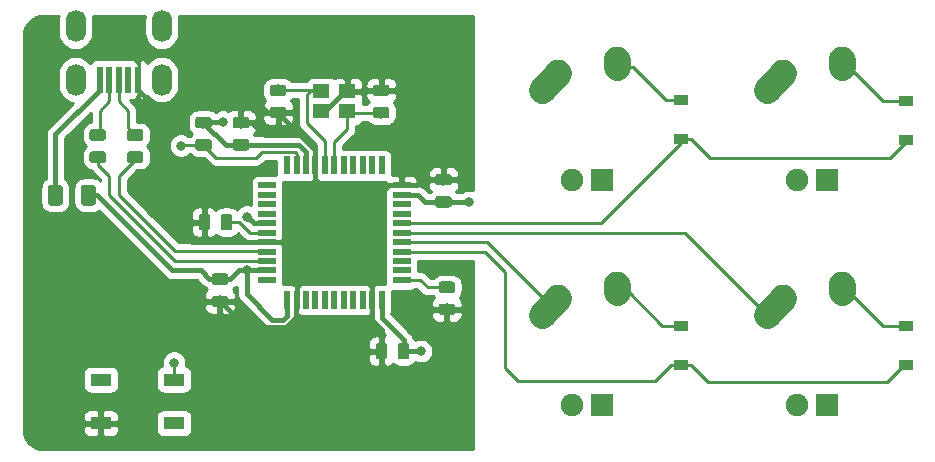
<source format=gbl>
G04 #@! TF.GenerationSoftware,KiCad,Pcbnew,(5.1.4-0)*
G04 #@! TF.CreationDate,2021-10-16T03:16:45+01:00*
G04 #@! TF.ProjectId,PR-4PP,50522d34-5050-42e6-9b69-6361645f7063,rev?*
G04 #@! TF.SameCoordinates,Original*
G04 #@! TF.FileFunction,Copper,L2,Bot*
G04 #@! TF.FilePolarity,Positive*
%FSLAX46Y46*%
G04 Gerber Fmt 4.6, Leading zero omitted, Abs format (unit mm)*
G04 Created by KiCad (PCBNEW (5.1.4-0)) date 2021-10-16 03:16:45*
%MOMM*%
%LPD*%
G04 APERTURE LIST*
%ADD10R,1.905000X1.905000*%
%ADD11C,1.905000*%
%ADD12C,2.250000*%
%ADD13C,2.250000*%
%ADD14O,1.700000X2.700000*%
%ADD15R,0.500000X2.250000*%
%ADD16R,1.400000X1.200000*%
%ADD17R,0.550000X1.500000*%
%ADD18R,1.500000X0.550000*%
%ADD19R,1.800000X1.100000*%
%ADD20C,0.100000*%
%ADD21C,0.975000*%
%ADD22C,1.250000*%
%ADD23R,1.200000X0.900000*%
%ADD24C,0.800000*%
%ADD25C,0.381000*%
%ADD26C,0.254000*%
G04 APERTURE END LIST*
D10*
X71120000Y-93980000D03*
D11*
X68580000Y-93980000D03*
D12*
X67350000Y-84900000D03*
X66695001Y-85630000D03*
D13*
X66040000Y-86360000D02*
X67350002Y-84900000D01*
D12*
X72390000Y-83820000D03*
X72370000Y-84110000D03*
D13*
X72350000Y-84400000D02*
X72390000Y-83820000D01*
D10*
X90170000Y-74930000D03*
D11*
X87630000Y-74930000D03*
D12*
X86400000Y-65850000D03*
X85745001Y-66580000D03*
D13*
X85090000Y-67310000D02*
X86400002Y-65850000D01*
D12*
X91440000Y-64770000D03*
X91420000Y-65060000D03*
D13*
X91400000Y-65350000D02*
X91440000Y-64770000D01*
D10*
X71120000Y-74930000D03*
D11*
X68580000Y-74930000D03*
D12*
X67350000Y-65850000D03*
X66695001Y-66580000D03*
D13*
X66040000Y-67310000D02*
X67350002Y-65850000D01*
D12*
X72390000Y-64770000D03*
X72370000Y-65060000D03*
D13*
X72350000Y-65350000D02*
X72390000Y-64770000D01*
D14*
X26512500Y-61912500D03*
X33812500Y-61912500D03*
X33812500Y-66412500D03*
X26512500Y-66412500D03*
D15*
X28562500Y-66412500D03*
X29362500Y-66412500D03*
X30162500Y-66412500D03*
X30962500Y-66412500D03*
X31762500Y-66412500D03*
D16*
X49518750Y-67412500D03*
X47318750Y-67412500D03*
X47318750Y-69112500D03*
X49518750Y-69112500D03*
D17*
X44418750Y-85075000D03*
X45218750Y-85075000D03*
X46018750Y-85075000D03*
X46818750Y-85075000D03*
X47618750Y-85075000D03*
X48418750Y-85075000D03*
X49218750Y-85075000D03*
X50018750Y-85075000D03*
X50818750Y-85075000D03*
X51618750Y-85075000D03*
X52418750Y-85075000D03*
D18*
X54118750Y-83375000D03*
X54118750Y-82575000D03*
X54118750Y-81775000D03*
X54118750Y-80975000D03*
X54118750Y-80175000D03*
X54118750Y-79375000D03*
X54118750Y-78575000D03*
X54118750Y-77775000D03*
X54118750Y-76975000D03*
X54118750Y-76175000D03*
X54118750Y-75375000D03*
D17*
X52418750Y-73675000D03*
X51618750Y-73675000D03*
X50818750Y-73675000D03*
X50018750Y-73675000D03*
X49218750Y-73675000D03*
X48418750Y-73675000D03*
X47618750Y-73675000D03*
X46818750Y-73675000D03*
X46018750Y-73675000D03*
X45218750Y-73675000D03*
X44418750Y-73675000D03*
D18*
X42718750Y-75375000D03*
X42718750Y-76175000D03*
X42718750Y-76975000D03*
X42718750Y-77775000D03*
X42718750Y-78575000D03*
X42718750Y-79375000D03*
X42718750Y-80175000D03*
X42718750Y-80975000D03*
X42718750Y-81775000D03*
X42718750Y-82575000D03*
X42718750Y-83375000D03*
D19*
X34850000Y-95512500D03*
X28650000Y-91812500D03*
X34850000Y-91812500D03*
X28650000Y-95512500D03*
D20*
G36*
X58423892Y-83507424D02*
G01*
X58447553Y-83510934D01*
X58470757Y-83516746D01*
X58493279Y-83524804D01*
X58514903Y-83535032D01*
X58535420Y-83547329D01*
X58554633Y-83561579D01*
X58572357Y-83577643D01*
X58588421Y-83595367D01*
X58602671Y-83614580D01*
X58614968Y-83635097D01*
X58625196Y-83656721D01*
X58633254Y-83679243D01*
X58639066Y-83702447D01*
X58642576Y-83726108D01*
X58643750Y-83750000D01*
X58643750Y-84237500D01*
X58642576Y-84261392D01*
X58639066Y-84285053D01*
X58633254Y-84308257D01*
X58625196Y-84330779D01*
X58614968Y-84352403D01*
X58602671Y-84372920D01*
X58588421Y-84392133D01*
X58572357Y-84409857D01*
X58554633Y-84425921D01*
X58535420Y-84440171D01*
X58514903Y-84452468D01*
X58493279Y-84462696D01*
X58470757Y-84470754D01*
X58447553Y-84476566D01*
X58423892Y-84480076D01*
X58400000Y-84481250D01*
X57487500Y-84481250D01*
X57463608Y-84480076D01*
X57439947Y-84476566D01*
X57416743Y-84470754D01*
X57394221Y-84462696D01*
X57372597Y-84452468D01*
X57352080Y-84440171D01*
X57332867Y-84425921D01*
X57315143Y-84409857D01*
X57299079Y-84392133D01*
X57284829Y-84372920D01*
X57272532Y-84352403D01*
X57262304Y-84330779D01*
X57254246Y-84308257D01*
X57248434Y-84285053D01*
X57244924Y-84261392D01*
X57243750Y-84237500D01*
X57243750Y-83750000D01*
X57244924Y-83726108D01*
X57248434Y-83702447D01*
X57254246Y-83679243D01*
X57262304Y-83656721D01*
X57272532Y-83635097D01*
X57284829Y-83614580D01*
X57299079Y-83595367D01*
X57315143Y-83577643D01*
X57332867Y-83561579D01*
X57352080Y-83547329D01*
X57372597Y-83535032D01*
X57394221Y-83524804D01*
X57416743Y-83516746D01*
X57439947Y-83510934D01*
X57463608Y-83507424D01*
X57487500Y-83506250D01*
X58400000Y-83506250D01*
X58423892Y-83507424D01*
X58423892Y-83507424D01*
G37*
D21*
X57943750Y-83993750D03*
D20*
G36*
X58423892Y-85382424D02*
G01*
X58447553Y-85385934D01*
X58470757Y-85391746D01*
X58493279Y-85399804D01*
X58514903Y-85410032D01*
X58535420Y-85422329D01*
X58554633Y-85436579D01*
X58572357Y-85452643D01*
X58588421Y-85470367D01*
X58602671Y-85489580D01*
X58614968Y-85510097D01*
X58625196Y-85531721D01*
X58633254Y-85554243D01*
X58639066Y-85577447D01*
X58642576Y-85601108D01*
X58643750Y-85625000D01*
X58643750Y-86112500D01*
X58642576Y-86136392D01*
X58639066Y-86160053D01*
X58633254Y-86183257D01*
X58625196Y-86205779D01*
X58614968Y-86227403D01*
X58602671Y-86247920D01*
X58588421Y-86267133D01*
X58572357Y-86284857D01*
X58554633Y-86300921D01*
X58535420Y-86315171D01*
X58514903Y-86327468D01*
X58493279Y-86337696D01*
X58470757Y-86345754D01*
X58447553Y-86351566D01*
X58423892Y-86355076D01*
X58400000Y-86356250D01*
X57487500Y-86356250D01*
X57463608Y-86355076D01*
X57439947Y-86351566D01*
X57416743Y-86345754D01*
X57394221Y-86337696D01*
X57372597Y-86327468D01*
X57352080Y-86315171D01*
X57332867Y-86300921D01*
X57315143Y-86284857D01*
X57299079Y-86267133D01*
X57284829Y-86247920D01*
X57272532Y-86227403D01*
X57262304Y-86205779D01*
X57254246Y-86183257D01*
X57248434Y-86160053D01*
X57244924Y-86136392D01*
X57243750Y-86112500D01*
X57243750Y-85625000D01*
X57244924Y-85601108D01*
X57248434Y-85577447D01*
X57254246Y-85554243D01*
X57262304Y-85531721D01*
X57272532Y-85510097D01*
X57284829Y-85489580D01*
X57299079Y-85470367D01*
X57315143Y-85452643D01*
X57332867Y-85436579D01*
X57352080Y-85422329D01*
X57372597Y-85410032D01*
X57394221Y-85399804D01*
X57416743Y-85391746D01*
X57439947Y-85385934D01*
X57463608Y-85382424D01*
X57487500Y-85381250D01*
X58400000Y-85381250D01*
X58423892Y-85382424D01*
X58423892Y-85382424D01*
G37*
D21*
X57943750Y-85868750D03*
D20*
G36*
X37818142Y-71444174D02*
G01*
X37841803Y-71447684D01*
X37865007Y-71453496D01*
X37887529Y-71461554D01*
X37909153Y-71471782D01*
X37929670Y-71484079D01*
X37948883Y-71498329D01*
X37966607Y-71514393D01*
X37982671Y-71532117D01*
X37996921Y-71551330D01*
X38009218Y-71571847D01*
X38019446Y-71593471D01*
X38027504Y-71615993D01*
X38033316Y-71639197D01*
X38036826Y-71662858D01*
X38038000Y-71686750D01*
X38038000Y-72174250D01*
X38036826Y-72198142D01*
X38033316Y-72221803D01*
X38027504Y-72245007D01*
X38019446Y-72267529D01*
X38009218Y-72289153D01*
X37996921Y-72309670D01*
X37982671Y-72328883D01*
X37966607Y-72346607D01*
X37948883Y-72362671D01*
X37929670Y-72376921D01*
X37909153Y-72389218D01*
X37887529Y-72399446D01*
X37865007Y-72407504D01*
X37841803Y-72413316D01*
X37818142Y-72416826D01*
X37794250Y-72418000D01*
X36881750Y-72418000D01*
X36857858Y-72416826D01*
X36834197Y-72413316D01*
X36810993Y-72407504D01*
X36788471Y-72399446D01*
X36766847Y-72389218D01*
X36746330Y-72376921D01*
X36727117Y-72362671D01*
X36709393Y-72346607D01*
X36693329Y-72328883D01*
X36679079Y-72309670D01*
X36666782Y-72289153D01*
X36656554Y-72267529D01*
X36648496Y-72245007D01*
X36642684Y-72221803D01*
X36639174Y-72198142D01*
X36638000Y-72174250D01*
X36638000Y-71686750D01*
X36639174Y-71662858D01*
X36642684Y-71639197D01*
X36648496Y-71615993D01*
X36656554Y-71593471D01*
X36666782Y-71571847D01*
X36679079Y-71551330D01*
X36693329Y-71532117D01*
X36709393Y-71514393D01*
X36727117Y-71498329D01*
X36746330Y-71484079D01*
X36766847Y-71471782D01*
X36788471Y-71461554D01*
X36810993Y-71453496D01*
X36834197Y-71447684D01*
X36857858Y-71444174D01*
X36881750Y-71443000D01*
X37794250Y-71443000D01*
X37818142Y-71444174D01*
X37818142Y-71444174D01*
G37*
D21*
X37338000Y-71930500D03*
D20*
G36*
X37818142Y-69569174D02*
G01*
X37841803Y-69572684D01*
X37865007Y-69578496D01*
X37887529Y-69586554D01*
X37909153Y-69596782D01*
X37929670Y-69609079D01*
X37948883Y-69623329D01*
X37966607Y-69639393D01*
X37982671Y-69657117D01*
X37996921Y-69676330D01*
X38009218Y-69696847D01*
X38019446Y-69718471D01*
X38027504Y-69740993D01*
X38033316Y-69764197D01*
X38036826Y-69787858D01*
X38038000Y-69811750D01*
X38038000Y-70299250D01*
X38036826Y-70323142D01*
X38033316Y-70346803D01*
X38027504Y-70370007D01*
X38019446Y-70392529D01*
X38009218Y-70414153D01*
X37996921Y-70434670D01*
X37982671Y-70453883D01*
X37966607Y-70471607D01*
X37948883Y-70487671D01*
X37929670Y-70501921D01*
X37909153Y-70514218D01*
X37887529Y-70524446D01*
X37865007Y-70532504D01*
X37841803Y-70538316D01*
X37818142Y-70541826D01*
X37794250Y-70543000D01*
X36881750Y-70543000D01*
X36857858Y-70541826D01*
X36834197Y-70538316D01*
X36810993Y-70532504D01*
X36788471Y-70524446D01*
X36766847Y-70514218D01*
X36746330Y-70501921D01*
X36727117Y-70487671D01*
X36709393Y-70471607D01*
X36693329Y-70453883D01*
X36679079Y-70434670D01*
X36666782Y-70414153D01*
X36656554Y-70392529D01*
X36648496Y-70370007D01*
X36642684Y-70346803D01*
X36639174Y-70323142D01*
X36638000Y-70299250D01*
X36638000Y-69811750D01*
X36639174Y-69787858D01*
X36642684Y-69764197D01*
X36648496Y-69740993D01*
X36656554Y-69718471D01*
X36666782Y-69696847D01*
X36679079Y-69676330D01*
X36693329Y-69657117D01*
X36709393Y-69639393D01*
X36727117Y-69623329D01*
X36746330Y-69609079D01*
X36766847Y-69596782D01*
X36788471Y-69586554D01*
X36810993Y-69578496D01*
X36834197Y-69572684D01*
X36857858Y-69569174D01*
X36881750Y-69568000D01*
X37794250Y-69568000D01*
X37818142Y-69569174D01*
X37818142Y-69569174D01*
G37*
D21*
X37338000Y-70055500D03*
D20*
G36*
X32039642Y-70616924D02*
G01*
X32063303Y-70620434D01*
X32086507Y-70626246D01*
X32109029Y-70634304D01*
X32130653Y-70644532D01*
X32151170Y-70656829D01*
X32170383Y-70671079D01*
X32188107Y-70687143D01*
X32204171Y-70704867D01*
X32218421Y-70724080D01*
X32230718Y-70744597D01*
X32240946Y-70766221D01*
X32249004Y-70788743D01*
X32254816Y-70811947D01*
X32258326Y-70835608D01*
X32259500Y-70859500D01*
X32259500Y-71347000D01*
X32258326Y-71370892D01*
X32254816Y-71394553D01*
X32249004Y-71417757D01*
X32240946Y-71440279D01*
X32230718Y-71461903D01*
X32218421Y-71482420D01*
X32204171Y-71501633D01*
X32188107Y-71519357D01*
X32170383Y-71535421D01*
X32151170Y-71549671D01*
X32130653Y-71561968D01*
X32109029Y-71572196D01*
X32086507Y-71580254D01*
X32063303Y-71586066D01*
X32039642Y-71589576D01*
X32015750Y-71590750D01*
X31103250Y-71590750D01*
X31079358Y-71589576D01*
X31055697Y-71586066D01*
X31032493Y-71580254D01*
X31009971Y-71572196D01*
X30988347Y-71561968D01*
X30967830Y-71549671D01*
X30948617Y-71535421D01*
X30930893Y-71519357D01*
X30914829Y-71501633D01*
X30900579Y-71482420D01*
X30888282Y-71461903D01*
X30878054Y-71440279D01*
X30869996Y-71417757D01*
X30864184Y-71394553D01*
X30860674Y-71370892D01*
X30859500Y-71347000D01*
X30859500Y-70859500D01*
X30860674Y-70835608D01*
X30864184Y-70811947D01*
X30869996Y-70788743D01*
X30878054Y-70766221D01*
X30888282Y-70744597D01*
X30900579Y-70724080D01*
X30914829Y-70704867D01*
X30930893Y-70687143D01*
X30948617Y-70671079D01*
X30967830Y-70656829D01*
X30988347Y-70644532D01*
X31009971Y-70634304D01*
X31032493Y-70626246D01*
X31055697Y-70620434D01*
X31079358Y-70616924D01*
X31103250Y-70615750D01*
X32015750Y-70615750D01*
X32039642Y-70616924D01*
X32039642Y-70616924D01*
G37*
D21*
X31559500Y-71103250D03*
D20*
G36*
X32039642Y-72491924D02*
G01*
X32063303Y-72495434D01*
X32086507Y-72501246D01*
X32109029Y-72509304D01*
X32130653Y-72519532D01*
X32151170Y-72531829D01*
X32170383Y-72546079D01*
X32188107Y-72562143D01*
X32204171Y-72579867D01*
X32218421Y-72599080D01*
X32230718Y-72619597D01*
X32240946Y-72641221D01*
X32249004Y-72663743D01*
X32254816Y-72686947D01*
X32258326Y-72710608D01*
X32259500Y-72734500D01*
X32259500Y-73222000D01*
X32258326Y-73245892D01*
X32254816Y-73269553D01*
X32249004Y-73292757D01*
X32240946Y-73315279D01*
X32230718Y-73336903D01*
X32218421Y-73357420D01*
X32204171Y-73376633D01*
X32188107Y-73394357D01*
X32170383Y-73410421D01*
X32151170Y-73424671D01*
X32130653Y-73436968D01*
X32109029Y-73447196D01*
X32086507Y-73455254D01*
X32063303Y-73461066D01*
X32039642Y-73464576D01*
X32015750Y-73465750D01*
X31103250Y-73465750D01*
X31079358Y-73464576D01*
X31055697Y-73461066D01*
X31032493Y-73455254D01*
X31009971Y-73447196D01*
X30988347Y-73436968D01*
X30967830Y-73424671D01*
X30948617Y-73410421D01*
X30930893Y-73394357D01*
X30914829Y-73376633D01*
X30900579Y-73357420D01*
X30888282Y-73336903D01*
X30878054Y-73315279D01*
X30869996Y-73292757D01*
X30864184Y-73269553D01*
X30860674Y-73245892D01*
X30859500Y-73222000D01*
X30859500Y-72734500D01*
X30860674Y-72710608D01*
X30864184Y-72686947D01*
X30869996Y-72663743D01*
X30878054Y-72641221D01*
X30888282Y-72619597D01*
X30900579Y-72599080D01*
X30914829Y-72579867D01*
X30930893Y-72562143D01*
X30948617Y-72546079D01*
X30967830Y-72531829D01*
X30988347Y-72519532D01*
X31009971Y-72509304D01*
X31032493Y-72501246D01*
X31055697Y-72495434D01*
X31079358Y-72491924D01*
X31103250Y-72490750D01*
X32015750Y-72490750D01*
X32039642Y-72491924D01*
X32039642Y-72491924D01*
G37*
D21*
X31559500Y-72978250D03*
D20*
G36*
X28864642Y-70616924D02*
G01*
X28888303Y-70620434D01*
X28911507Y-70626246D01*
X28934029Y-70634304D01*
X28955653Y-70644532D01*
X28976170Y-70656829D01*
X28995383Y-70671079D01*
X29013107Y-70687143D01*
X29029171Y-70704867D01*
X29043421Y-70724080D01*
X29055718Y-70744597D01*
X29065946Y-70766221D01*
X29074004Y-70788743D01*
X29079816Y-70811947D01*
X29083326Y-70835608D01*
X29084500Y-70859500D01*
X29084500Y-71347000D01*
X29083326Y-71370892D01*
X29079816Y-71394553D01*
X29074004Y-71417757D01*
X29065946Y-71440279D01*
X29055718Y-71461903D01*
X29043421Y-71482420D01*
X29029171Y-71501633D01*
X29013107Y-71519357D01*
X28995383Y-71535421D01*
X28976170Y-71549671D01*
X28955653Y-71561968D01*
X28934029Y-71572196D01*
X28911507Y-71580254D01*
X28888303Y-71586066D01*
X28864642Y-71589576D01*
X28840750Y-71590750D01*
X27928250Y-71590750D01*
X27904358Y-71589576D01*
X27880697Y-71586066D01*
X27857493Y-71580254D01*
X27834971Y-71572196D01*
X27813347Y-71561968D01*
X27792830Y-71549671D01*
X27773617Y-71535421D01*
X27755893Y-71519357D01*
X27739829Y-71501633D01*
X27725579Y-71482420D01*
X27713282Y-71461903D01*
X27703054Y-71440279D01*
X27694996Y-71417757D01*
X27689184Y-71394553D01*
X27685674Y-71370892D01*
X27684500Y-71347000D01*
X27684500Y-70859500D01*
X27685674Y-70835608D01*
X27689184Y-70811947D01*
X27694996Y-70788743D01*
X27703054Y-70766221D01*
X27713282Y-70744597D01*
X27725579Y-70724080D01*
X27739829Y-70704867D01*
X27755893Y-70687143D01*
X27773617Y-70671079D01*
X27792830Y-70656829D01*
X27813347Y-70644532D01*
X27834971Y-70634304D01*
X27857493Y-70626246D01*
X27880697Y-70620434D01*
X27904358Y-70616924D01*
X27928250Y-70615750D01*
X28840750Y-70615750D01*
X28864642Y-70616924D01*
X28864642Y-70616924D01*
G37*
D21*
X28384500Y-71103250D03*
D20*
G36*
X28864642Y-72491924D02*
G01*
X28888303Y-72495434D01*
X28911507Y-72501246D01*
X28934029Y-72509304D01*
X28955653Y-72519532D01*
X28976170Y-72531829D01*
X28995383Y-72546079D01*
X29013107Y-72562143D01*
X29029171Y-72579867D01*
X29043421Y-72599080D01*
X29055718Y-72619597D01*
X29065946Y-72641221D01*
X29074004Y-72663743D01*
X29079816Y-72686947D01*
X29083326Y-72710608D01*
X29084500Y-72734500D01*
X29084500Y-73222000D01*
X29083326Y-73245892D01*
X29079816Y-73269553D01*
X29074004Y-73292757D01*
X29065946Y-73315279D01*
X29055718Y-73336903D01*
X29043421Y-73357420D01*
X29029171Y-73376633D01*
X29013107Y-73394357D01*
X28995383Y-73410421D01*
X28976170Y-73424671D01*
X28955653Y-73436968D01*
X28934029Y-73447196D01*
X28911507Y-73455254D01*
X28888303Y-73461066D01*
X28864642Y-73464576D01*
X28840750Y-73465750D01*
X27928250Y-73465750D01*
X27904358Y-73464576D01*
X27880697Y-73461066D01*
X27857493Y-73455254D01*
X27834971Y-73447196D01*
X27813347Y-73436968D01*
X27792830Y-73424671D01*
X27773617Y-73410421D01*
X27755893Y-73394357D01*
X27739829Y-73376633D01*
X27725579Y-73357420D01*
X27713282Y-73336903D01*
X27703054Y-73315279D01*
X27694996Y-73292757D01*
X27689184Y-73269553D01*
X27685674Y-73245892D01*
X27684500Y-73222000D01*
X27684500Y-72734500D01*
X27685674Y-72710608D01*
X27689184Y-72686947D01*
X27694996Y-72663743D01*
X27703054Y-72641221D01*
X27713282Y-72619597D01*
X27725579Y-72599080D01*
X27739829Y-72579867D01*
X27755893Y-72562143D01*
X27773617Y-72546079D01*
X27792830Y-72531829D01*
X27813347Y-72519532D01*
X27834971Y-72509304D01*
X27857493Y-72501246D01*
X27880697Y-72495434D01*
X27904358Y-72491924D01*
X27928250Y-72490750D01*
X28840750Y-72490750D01*
X28864642Y-72491924D01*
X28864642Y-72491924D01*
G37*
D21*
X28384500Y-72978250D03*
D10*
X90170000Y-93980000D03*
D11*
X87630000Y-93980000D03*
D12*
X86400000Y-84900000D03*
X85745001Y-85630000D03*
D13*
X85090000Y-86360000D02*
X86400002Y-84900000D01*
D12*
X91440000Y-83820000D03*
X91420000Y-84110000D03*
D13*
X91400000Y-84400000D02*
X91440000Y-83820000D01*
D20*
G36*
X27993254Y-75326204D02*
G01*
X28017523Y-75329804D01*
X28041321Y-75335765D01*
X28064421Y-75344030D01*
X28086599Y-75354520D01*
X28107643Y-75367133D01*
X28127348Y-75381747D01*
X28145527Y-75398223D01*
X28162003Y-75416402D01*
X28176617Y-75436107D01*
X28189230Y-75457151D01*
X28199720Y-75479329D01*
X28207985Y-75502429D01*
X28213946Y-75526227D01*
X28217546Y-75550496D01*
X28218750Y-75575000D01*
X28218750Y-76825000D01*
X28217546Y-76849504D01*
X28213946Y-76873773D01*
X28207985Y-76897571D01*
X28199720Y-76920671D01*
X28189230Y-76942849D01*
X28176617Y-76963893D01*
X28162003Y-76983598D01*
X28145527Y-77001777D01*
X28127348Y-77018253D01*
X28107643Y-77032867D01*
X28086599Y-77045480D01*
X28064421Y-77055970D01*
X28041321Y-77064235D01*
X28017523Y-77070196D01*
X27993254Y-77073796D01*
X27968750Y-77075000D01*
X27218750Y-77075000D01*
X27194246Y-77073796D01*
X27169977Y-77070196D01*
X27146179Y-77064235D01*
X27123079Y-77055970D01*
X27100901Y-77045480D01*
X27079857Y-77032867D01*
X27060152Y-77018253D01*
X27041973Y-77001777D01*
X27025497Y-76983598D01*
X27010883Y-76963893D01*
X26998270Y-76942849D01*
X26987780Y-76920671D01*
X26979515Y-76897571D01*
X26973554Y-76873773D01*
X26969954Y-76849504D01*
X26968750Y-76825000D01*
X26968750Y-75575000D01*
X26969954Y-75550496D01*
X26973554Y-75526227D01*
X26979515Y-75502429D01*
X26987780Y-75479329D01*
X26998270Y-75457151D01*
X27010883Y-75436107D01*
X27025497Y-75416402D01*
X27041973Y-75398223D01*
X27060152Y-75381747D01*
X27079857Y-75367133D01*
X27100901Y-75354520D01*
X27123079Y-75344030D01*
X27146179Y-75335765D01*
X27169977Y-75329804D01*
X27194246Y-75326204D01*
X27218750Y-75325000D01*
X27968750Y-75325000D01*
X27993254Y-75326204D01*
X27993254Y-75326204D01*
G37*
D22*
X27593750Y-76200000D03*
D20*
G36*
X25193254Y-75326204D02*
G01*
X25217523Y-75329804D01*
X25241321Y-75335765D01*
X25264421Y-75344030D01*
X25286599Y-75354520D01*
X25307643Y-75367133D01*
X25327348Y-75381747D01*
X25345527Y-75398223D01*
X25362003Y-75416402D01*
X25376617Y-75436107D01*
X25389230Y-75457151D01*
X25399720Y-75479329D01*
X25407985Y-75502429D01*
X25413946Y-75526227D01*
X25417546Y-75550496D01*
X25418750Y-75575000D01*
X25418750Y-76825000D01*
X25417546Y-76849504D01*
X25413946Y-76873773D01*
X25407985Y-76897571D01*
X25399720Y-76920671D01*
X25389230Y-76942849D01*
X25376617Y-76963893D01*
X25362003Y-76983598D01*
X25345527Y-77001777D01*
X25327348Y-77018253D01*
X25307643Y-77032867D01*
X25286599Y-77045480D01*
X25264421Y-77055970D01*
X25241321Y-77064235D01*
X25217523Y-77070196D01*
X25193254Y-77073796D01*
X25168750Y-77075000D01*
X24418750Y-77075000D01*
X24394246Y-77073796D01*
X24369977Y-77070196D01*
X24346179Y-77064235D01*
X24323079Y-77055970D01*
X24300901Y-77045480D01*
X24279857Y-77032867D01*
X24260152Y-77018253D01*
X24241973Y-77001777D01*
X24225497Y-76983598D01*
X24210883Y-76963893D01*
X24198270Y-76942849D01*
X24187780Y-76920671D01*
X24179515Y-76897571D01*
X24173554Y-76873773D01*
X24169954Y-76849504D01*
X24168750Y-76825000D01*
X24168750Y-75575000D01*
X24169954Y-75550496D01*
X24173554Y-75526227D01*
X24179515Y-75502429D01*
X24187780Y-75479329D01*
X24198270Y-75457151D01*
X24210883Y-75436107D01*
X24225497Y-75416402D01*
X24241973Y-75398223D01*
X24260152Y-75381747D01*
X24279857Y-75367133D01*
X24300901Y-75354520D01*
X24323079Y-75344030D01*
X24346179Y-75335765D01*
X24369977Y-75329804D01*
X24394246Y-75326204D01*
X24418750Y-75325000D01*
X25168750Y-75325000D01*
X25193254Y-75326204D01*
X25193254Y-75326204D01*
G37*
D22*
X24793750Y-76200000D03*
D23*
X96837500Y-87250000D03*
X96837500Y-90550000D03*
X77787500Y-87250000D03*
X77787500Y-90550000D03*
X96837500Y-68200000D03*
X96837500Y-71500000D03*
X77787500Y-68137500D03*
X77787500Y-71437500D03*
D20*
G36*
X39559142Y-77787174D02*
G01*
X39582803Y-77790684D01*
X39606007Y-77796496D01*
X39628529Y-77804554D01*
X39650153Y-77814782D01*
X39670670Y-77827079D01*
X39689883Y-77841329D01*
X39707607Y-77857393D01*
X39723671Y-77875117D01*
X39737921Y-77894330D01*
X39750218Y-77914847D01*
X39760446Y-77936471D01*
X39768504Y-77958993D01*
X39774316Y-77982197D01*
X39777826Y-78005858D01*
X39779000Y-78029750D01*
X39779000Y-78942250D01*
X39777826Y-78966142D01*
X39774316Y-78989803D01*
X39768504Y-79013007D01*
X39760446Y-79035529D01*
X39750218Y-79057153D01*
X39737921Y-79077670D01*
X39723671Y-79096883D01*
X39707607Y-79114607D01*
X39689883Y-79130671D01*
X39670670Y-79144921D01*
X39650153Y-79157218D01*
X39628529Y-79167446D01*
X39606007Y-79175504D01*
X39582803Y-79181316D01*
X39559142Y-79184826D01*
X39535250Y-79186000D01*
X39047750Y-79186000D01*
X39023858Y-79184826D01*
X39000197Y-79181316D01*
X38976993Y-79175504D01*
X38954471Y-79167446D01*
X38932847Y-79157218D01*
X38912330Y-79144921D01*
X38893117Y-79130671D01*
X38875393Y-79114607D01*
X38859329Y-79096883D01*
X38845079Y-79077670D01*
X38832782Y-79057153D01*
X38822554Y-79035529D01*
X38814496Y-79013007D01*
X38808684Y-78989803D01*
X38805174Y-78966142D01*
X38804000Y-78942250D01*
X38804000Y-78029750D01*
X38805174Y-78005858D01*
X38808684Y-77982197D01*
X38814496Y-77958993D01*
X38822554Y-77936471D01*
X38832782Y-77914847D01*
X38845079Y-77894330D01*
X38859329Y-77875117D01*
X38875393Y-77857393D01*
X38893117Y-77841329D01*
X38912330Y-77827079D01*
X38932847Y-77814782D01*
X38954471Y-77804554D01*
X38976993Y-77796496D01*
X39000197Y-77790684D01*
X39023858Y-77787174D01*
X39047750Y-77786000D01*
X39535250Y-77786000D01*
X39559142Y-77787174D01*
X39559142Y-77787174D01*
G37*
D21*
X39291500Y-78486000D03*
D20*
G36*
X37684142Y-77787174D02*
G01*
X37707803Y-77790684D01*
X37731007Y-77796496D01*
X37753529Y-77804554D01*
X37775153Y-77814782D01*
X37795670Y-77827079D01*
X37814883Y-77841329D01*
X37832607Y-77857393D01*
X37848671Y-77875117D01*
X37862921Y-77894330D01*
X37875218Y-77914847D01*
X37885446Y-77936471D01*
X37893504Y-77958993D01*
X37899316Y-77982197D01*
X37902826Y-78005858D01*
X37904000Y-78029750D01*
X37904000Y-78942250D01*
X37902826Y-78966142D01*
X37899316Y-78989803D01*
X37893504Y-79013007D01*
X37885446Y-79035529D01*
X37875218Y-79057153D01*
X37862921Y-79077670D01*
X37848671Y-79096883D01*
X37832607Y-79114607D01*
X37814883Y-79130671D01*
X37795670Y-79144921D01*
X37775153Y-79157218D01*
X37753529Y-79167446D01*
X37731007Y-79175504D01*
X37707803Y-79181316D01*
X37684142Y-79184826D01*
X37660250Y-79186000D01*
X37172750Y-79186000D01*
X37148858Y-79184826D01*
X37125197Y-79181316D01*
X37101993Y-79175504D01*
X37079471Y-79167446D01*
X37057847Y-79157218D01*
X37037330Y-79144921D01*
X37018117Y-79130671D01*
X37000393Y-79114607D01*
X36984329Y-79096883D01*
X36970079Y-79077670D01*
X36957782Y-79057153D01*
X36947554Y-79035529D01*
X36939496Y-79013007D01*
X36933684Y-78989803D01*
X36930174Y-78966142D01*
X36929000Y-78942250D01*
X36929000Y-78029750D01*
X36930174Y-78005858D01*
X36933684Y-77982197D01*
X36939496Y-77958993D01*
X36947554Y-77936471D01*
X36957782Y-77914847D01*
X36970079Y-77894330D01*
X36984329Y-77875117D01*
X37000393Y-77857393D01*
X37018117Y-77841329D01*
X37037330Y-77827079D01*
X37057847Y-77814782D01*
X37079471Y-77804554D01*
X37101993Y-77796496D01*
X37125197Y-77790684D01*
X37148858Y-77787174D01*
X37172750Y-77786000D01*
X37660250Y-77786000D01*
X37684142Y-77787174D01*
X37684142Y-77787174D01*
G37*
D21*
X37416500Y-78486000D03*
D20*
G36*
X44136392Y-68713674D02*
G01*
X44160053Y-68717184D01*
X44183257Y-68722996D01*
X44205779Y-68731054D01*
X44227403Y-68741282D01*
X44247920Y-68753579D01*
X44267133Y-68767829D01*
X44284857Y-68783893D01*
X44300921Y-68801617D01*
X44315171Y-68820830D01*
X44327468Y-68841347D01*
X44337696Y-68862971D01*
X44345754Y-68885493D01*
X44351566Y-68908697D01*
X44355076Y-68932358D01*
X44356250Y-68956250D01*
X44356250Y-69443750D01*
X44355076Y-69467642D01*
X44351566Y-69491303D01*
X44345754Y-69514507D01*
X44337696Y-69537029D01*
X44327468Y-69558653D01*
X44315171Y-69579170D01*
X44300921Y-69598383D01*
X44284857Y-69616107D01*
X44267133Y-69632171D01*
X44247920Y-69646421D01*
X44227403Y-69658718D01*
X44205779Y-69668946D01*
X44183257Y-69677004D01*
X44160053Y-69682816D01*
X44136392Y-69686326D01*
X44112500Y-69687500D01*
X43200000Y-69687500D01*
X43176108Y-69686326D01*
X43152447Y-69682816D01*
X43129243Y-69677004D01*
X43106721Y-69668946D01*
X43085097Y-69658718D01*
X43064580Y-69646421D01*
X43045367Y-69632171D01*
X43027643Y-69616107D01*
X43011579Y-69598383D01*
X42997329Y-69579170D01*
X42985032Y-69558653D01*
X42974804Y-69537029D01*
X42966746Y-69514507D01*
X42960934Y-69491303D01*
X42957424Y-69467642D01*
X42956250Y-69443750D01*
X42956250Y-68956250D01*
X42957424Y-68932358D01*
X42960934Y-68908697D01*
X42966746Y-68885493D01*
X42974804Y-68862971D01*
X42985032Y-68841347D01*
X42997329Y-68820830D01*
X43011579Y-68801617D01*
X43027643Y-68783893D01*
X43045367Y-68767829D01*
X43064580Y-68753579D01*
X43085097Y-68741282D01*
X43106721Y-68731054D01*
X43129243Y-68722996D01*
X43152447Y-68717184D01*
X43176108Y-68713674D01*
X43200000Y-68712500D01*
X44112500Y-68712500D01*
X44136392Y-68713674D01*
X44136392Y-68713674D01*
G37*
D21*
X43656250Y-69200000D03*
D20*
G36*
X44136392Y-66838674D02*
G01*
X44160053Y-66842184D01*
X44183257Y-66847996D01*
X44205779Y-66856054D01*
X44227403Y-66866282D01*
X44247920Y-66878579D01*
X44267133Y-66892829D01*
X44284857Y-66908893D01*
X44300921Y-66926617D01*
X44315171Y-66945830D01*
X44327468Y-66966347D01*
X44337696Y-66987971D01*
X44345754Y-67010493D01*
X44351566Y-67033697D01*
X44355076Y-67057358D01*
X44356250Y-67081250D01*
X44356250Y-67568750D01*
X44355076Y-67592642D01*
X44351566Y-67616303D01*
X44345754Y-67639507D01*
X44337696Y-67662029D01*
X44327468Y-67683653D01*
X44315171Y-67704170D01*
X44300921Y-67723383D01*
X44284857Y-67741107D01*
X44267133Y-67757171D01*
X44247920Y-67771421D01*
X44227403Y-67783718D01*
X44205779Y-67793946D01*
X44183257Y-67802004D01*
X44160053Y-67807816D01*
X44136392Y-67811326D01*
X44112500Y-67812500D01*
X43200000Y-67812500D01*
X43176108Y-67811326D01*
X43152447Y-67807816D01*
X43129243Y-67802004D01*
X43106721Y-67793946D01*
X43085097Y-67783718D01*
X43064580Y-67771421D01*
X43045367Y-67757171D01*
X43027643Y-67741107D01*
X43011579Y-67723383D01*
X42997329Y-67704170D01*
X42985032Y-67683653D01*
X42974804Y-67662029D01*
X42966746Y-67639507D01*
X42960934Y-67616303D01*
X42957424Y-67592642D01*
X42956250Y-67568750D01*
X42956250Y-67081250D01*
X42957424Y-67057358D01*
X42960934Y-67033697D01*
X42966746Y-67010493D01*
X42974804Y-66987971D01*
X42985032Y-66966347D01*
X42997329Y-66945830D01*
X43011579Y-66926617D01*
X43027643Y-66908893D01*
X43045367Y-66892829D01*
X43064580Y-66878579D01*
X43085097Y-66866282D01*
X43106721Y-66856054D01*
X43129243Y-66847996D01*
X43152447Y-66842184D01*
X43176108Y-66838674D01*
X43200000Y-66837500D01*
X44112500Y-66837500D01*
X44136392Y-66838674D01*
X44136392Y-66838674D01*
G37*
D21*
X43656250Y-67325000D03*
D20*
G36*
X52867642Y-66838674D02*
G01*
X52891303Y-66842184D01*
X52914507Y-66847996D01*
X52937029Y-66856054D01*
X52958653Y-66866282D01*
X52979170Y-66878579D01*
X52998383Y-66892829D01*
X53016107Y-66908893D01*
X53032171Y-66926617D01*
X53046421Y-66945830D01*
X53058718Y-66966347D01*
X53068946Y-66987971D01*
X53077004Y-67010493D01*
X53082816Y-67033697D01*
X53086326Y-67057358D01*
X53087500Y-67081250D01*
X53087500Y-67568750D01*
X53086326Y-67592642D01*
X53082816Y-67616303D01*
X53077004Y-67639507D01*
X53068946Y-67662029D01*
X53058718Y-67683653D01*
X53046421Y-67704170D01*
X53032171Y-67723383D01*
X53016107Y-67741107D01*
X52998383Y-67757171D01*
X52979170Y-67771421D01*
X52958653Y-67783718D01*
X52937029Y-67793946D01*
X52914507Y-67802004D01*
X52891303Y-67807816D01*
X52867642Y-67811326D01*
X52843750Y-67812500D01*
X51931250Y-67812500D01*
X51907358Y-67811326D01*
X51883697Y-67807816D01*
X51860493Y-67802004D01*
X51837971Y-67793946D01*
X51816347Y-67783718D01*
X51795830Y-67771421D01*
X51776617Y-67757171D01*
X51758893Y-67741107D01*
X51742829Y-67723383D01*
X51728579Y-67704170D01*
X51716282Y-67683653D01*
X51706054Y-67662029D01*
X51697996Y-67639507D01*
X51692184Y-67616303D01*
X51688674Y-67592642D01*
X51687500Y-67568750D01*
X51687500Y-67081250D01*
X51688674Y-67057358D01*
X51692184Y-67033697D01*
X51697996Y-67010493D01*
X51706054Y-66987971D01*
X51716282Y-66966347D01*
X51728579Y-66945830D01*
X51742829Y-66926617D01*
X51758893Y-66908893D01*
X51776617Y-66892829D01*
X51795830Y-66878579D01*
X51816347Y-66866282D01*
X51837971Y-66856054D01*
X51860493Y-66847996D01*
X51883697Y-66842184D01*
X51907358Y-66838674D01*
X51931250Y-66837500D01*
X52843750Y-66837500D01*
X52867642Y-66838674D01*
X52867642Y-66838674D01*
G37*
D21*
X52387500Y-67325000D03*
D20*
G36*
X52867642Y-68713674D02*
G01*
X52891303Y-68717184D01*
X52914507Y-68722996D01*
X52937029Y-68731054D01*
X52958653Y-68741282D01*
X52979170Y-68753579D01*
X52998383Y-68767829D01*
X53016107Y-68783893D01*
X53032171Y-68801617D01*
X53046421Y-68820830D01*
X53058718Y-68841347D01*
X53068946Y-68862971D01*
X53077004Y-68885493D01*
X53082816Y-68908697D01*
X53086326Y-68932358D01*
X53087500Y-68956250D01*
X53087500Y-69443750D01*
X53086326Y-69467642D01*
X53082816Y-69491303D01*
X53077004Y-69514507D01*
X53068946Y-69537029D01*
X53058718Y-69558653D01*
X53046421Y-69579170D01*
X53032171Y-69598383D01*
X53016107Y-69616107D01*
X52998383Y-69632171D01*
X52979170Y-69646421D01*
X52958653Y-69658718D01*
X52937029Y-69668946D01*
X52914507Y-69677004D01*
X52891303Y-69682816D01*
X52867642Y-69686326D01*
X52843750Y-69687500D01*
X51931250Y-69687500D01*
X51907358Y-69686326D01*
X51883697Y-69682816D01*
X51860493Y-69677004D01*
X51837971Y-69668946D01*
X51816347Y-69658718D01*
X51795830Y-69646421D01*
X51776617Y-69632171D01*
X51758893Y-69616107D01*
X51742829Y-69598383D01*
X51728579Y-69579170D01*
X51716282Y-69558653D01*
X51706054Y-69537029D01*
X51697996Y-69514507D01*
X51692184Y-69491303D01*
X51688674Y-69467642D01*
X51687500Y-69443750D01*
X51687500Y-68956250D01*
X51688674Y-68932358D01*
X51692184Y-68908697D01*
X51697996Y-68885493D01*
X51706054Y-68862971D01*
X51716282Y-68841347D01*
X51728579Y-68820830D01*
X51742829Y-68801617D01*
X51758893Y-68783893D01*
X51776617Y-68767829D01*
X51795830Y-68753579D01*
X51816347Y-68741282D01*
X51837971Y-68731054D01*
X51860493Y-68722996D01*
X51883697Y-68717184D01*
X51907358Y-68713674D01*
X51931250Y-68712500D01*
X52843750Y-68712500D01*
X52867642Y-68713674D01*
X52867642Y-68713674D01*
G37*
D21*
X52387500Y-69200000D03*
D20*
G36*
X39215142Y-84700674D02*
G01*
X39238803Y-84704184D01*
X39262007Y-84709996D01*
X39284529Y-84718054D01*
X39306153Y-84728282D01*
X39326670Y-84740579D01*
X39345883Y-84754829D01*
X39363607Y-84770893D01*
X39379671Y-84788617D01*
X39393921Y-84807830D01*
X39406218Y-84828347D01*
X39416446Y-84849971D01*
X39424504Y-84872493D01*
X39430316Y-84895697D01*
X39433826Y-84919358D01*
X39435000Y-84943250D01*
X39435000Y-85430750D01*
X39433826Y-85454642D01*
X39430316Y-85478303D01*
X39424504Y-85501507D01*
X39416446Y-85524029D01*
X39406218Y-85545653D01*
X39393921Y-85566170D01*
X39379671Y-85585383D01*
X39363607Y-85603107D01*
X39345883Y-85619171D01*
X39326670Y-85633421D01*
X39306153Y-85645718D01*
X39284529Y-85655946D01*
X39262007Y-85664004D01*
X39238803Y-85669816D01*
X39215142Y-85673326D01*
X39191250Y-85674500D01*
X38278750Y-85674500D01*
X38254858Y-85673326D01*
X38231197Y-85669816D01*
X38207993Y-85664004D01*
X38185471Y-85655946D01*
X38163847Y-85645718D01*
X38143330Y-85633421D01*
X38124117Y-85619171D01*
X38106393Y-85603107D01*
X38090329Y-85585383D01*
X38076079Y-85566170D01*
X38063782Y-85545653D01*
X38053554Y-85524029D01*
X38045496Y-85501507D01*
X38039684Y-85478303D01*
X38036174Y-85454642D01*
X38035000Y-85430750D01*
X38035000Y-84943250D01*
X38036174Y-84919358D01*
X38039684Y-84895697D01*
X38045496Y-84872493D01*
X38053554Y-84849971D01*
X38063782Y-84828347D01*
X38076079Y-84807830D01*
X38090329Y-84788617D01*
X38106393Y-84770893D01*
X38124117Y-84754829D01*
X38143330Y-84740579D01*
X38163847Y-84728282D01*
X38185471Y-84718054D01*
X38207993Y-84709996D01*
X38231197Y-84704184D01*
X38254858Y-84700674D01*
X38278750Y-84699500D01*
X39191250Y-84699500D01*
X39215142Y-84700674D01*
X39215142Y-84700674D01*
G37*
D21*
X38735000Y-85187000D03*
D20*
G36*
X39215142Y-82825674D02*
G01*
X39238803Y-82829184D01*
X39262007Y-82834996D01*
X39284529Y-82843054D01*
X39306153Y-82853282D01*
X39326670Y-82865579D01*
X39345883Y-82879829D01*
X39363607Y-82895893D01*
X39379671Y-82913617D01*
X39393921Y-82932830D01*
X39406218Y-82953347D01*
X39416446Y-82974971D01*
X39424504Y-82997493D01*
X39430316Y-83020697D01*
X39433826Y-83044358D01*
X39435000Y-83068250D01*
X39435000Y-83555750D01*
X39433826Y-83579642D01*
X39430316Y-83603303D01*
X39424504Y-83626507D01*
X39416446Y-83649029D01*
X39406218Y-83670653D01*
X39393921Y-83691170D01*
X39379671Y-83710383D01*
X39363607Y-83728107D01*
X39345883Y-83744171D01*
X39326670Y-83758421D01*
X39306153Y-83770718D01*
X39284529Y-83780946D01*
X39262007Y-83789004D01*
X39238803Y-83794816D01*
X39215142Y-83798326D01*
X39191250Y-83799500D01*
X38278750Y-83799500D01*
X38254858Y-83798326D01*
X38231197Y-83794816D01*
X38207993Y-83789004D01*
X38185471Y-83780946D01*
X38163847Y-83770718D01*
X38143330Y-83758421D01*
X38124117Y-83744171D01*
X38106393Y-83728107D01*
X38090329Y-83710383D01*
X38076079Y-83691170D01*
X38063782Y-83670653D01*
X38053554Y-83649029D01*
X38045496Y-83626507D01*
X38039684Y-83603303D01*
X38036174Y-83579642D01*
X38035000Y-83555750D01*
X38035000Y-83068250D01*
X38036174Y-83044358D01*
X38039684Y-83020697D01*
X38045496Y-82997493D01*
X38053554Y-82974971D01*
X38063782Y-82953347D01*
X38076079Y-82932830D01*
X38090329Y-82913617D01*
X38106393Y-82895893D01*
X38124117Y-82879829D01*
X38143330Y-82865579D01*
X38163847Y-82853282D01*
X38185471Y-82843054D01*
X38207993Y-82834996D01*
X38231197Y-82829184D01*
X38254858Y-82825674D01*
X38278750Y-82824500D01*
X39191250Y-82824500D01*
X39215142Y-82825674D01*
X39215142Y-82825674D01*
G37*
D21*
X38735000Y-83312000D03*
D20*
G36*
X52670142Y-88709174D02*
G01*
X52693803Y-88712684D01*
X52717007Y-88718496D01*
X52739529Y-88726554D01*
X52761153Y-88736782D01*
X52781670Y-88749079D01*
X52800883Y-88763329D01*
X52818607Y-88779393D01*
X52834671Y-88797117D01*
X52848921Y-88816330D01*
X52861218Y-88836847D01*
X52871446Y-88858471D01*
X52879504Y-88880993D01*
X52885316Y-88904197D01*
X52888826Y-88927858D01*
X52890000Y-88951750D01*
X52890000Y-89864250D01*
X52888826Y-89888142D01*
X52885316Y-89911803D01*
X52879504Y-89935007D01*
X52871446Y-89957529D01*
X52861218Y-89979153D01*
X52848921Y-89999670D01*
X52834671Y-90018883D01*
X52818607Y-90036607D01*
X52800883Y-90052671D01*
X52781670Y-90066921D01*
X52761153Y-90079218D01*
X52739529Y-90089446D01*
X52717007Y-90097504D01*
X52693803Y-90103316D01*
X52670142Y-90106826D01*
X52646250Y-90108000D01*
X52158750Y-90108000D01*
X52134858Y-90106826D01*
X52111197Y-90103316D01*
X52087993Y-90097504D01*
X52065471Y-90089446D01*
X52043847Y-90079218D01*
X52023330Y-90066921D01*
X52004117Y-90052671D01*
X51986393Y-90036607D01*
X51970329Y-90018883D01*
X51956079Y-89999670D01*
X51943782Y-89979153D01*
X51933554Y-89957529D01*
X51925496Y-89935007D01*
X51919684Y-89911803D01*
X51916174Y-89888142D01*
X51915000Y-89864250D01*
X51915000Y-88951750D01*
X51916174Y-88927858D01*
X51919684Y-88904197D01*
X51925496Y-88880993D01*
X51933554Y-88858471D01*
X51943782Y-88836847D01*
X51956079Y-88816330D01*
X51970329Y-88797117D01*
X51986393Y-88779393D01*
X52004117Y-88763329D01*
X52023330Y-88749079D01*
X52043847Y-88736782D01*
X52065471Y-88726554D01*
X52087993Y-88718496D01*
X52111197Y-88712684D01*
X52134858Y-88709174D01*
X52158750Y-88708000D01*
X52646250Y-88708000D01*
X52670142Y-88709174D01*
X52670142Y-88709174D01*
G37*
D21*
X52402500Y-89408000D03*
D20*
G36*
X54545142Y-88709174D02*
G01*
X54568803Y-88712684D01*
X54592007Y-88718496D01*
X54614529Y-88726554D01*
X54636153Y-88736782D01*
X54656670Y-88749079D01*
X54675883Y-88763329D01*
X54693607Y-88779393D01*
X54709671Y-88797117D01*
X54723921Y-88816330D01*
X54736218Y-88836847D01*
X54746446Y-88858471D01*
X54754504Y-88880993D01*
X54760316Y-88904197D01*
X54763826Y-88927858D01*
X54765000Y-88951750D01*
X54765000Y-89864250D01*
X54763826Y-89888142D01*
X54760316Y-89911803D01*
X54754504Y-89935007D01*
X54746446Y-89957529D01*
X54736218Y-89979153D01*
X54723921Y-89999670D01*
X54709671Y-90018883D01*
X54693607Y-90036607D01*
X54675883Y-90052671D01*
X54656670Y-90066921D01*
X54636153Y-90079218D01*
X54614529Y-90089446D01*
X54592007Y-90097504D01*
X54568803Y-90103316D01*
X54545142Y-90106826D01*
X54521250Y-90108000D01*
X54033750Y-90108000D01*
X54009858Y-90106826D01*
X53986197Y-90103316D01*
X53962993Y-90097504D01*
X53940471Y-90089446D01*
X53918847Y-90079218D01*
X53898330Y-90066921D01*
X53879117Y-90052671D01*
X53861393Y-90036607D01*
X53845329Y-90018883D01*
X53831079Y-89999670D01*
X53818782Y-89979153D01*
X53808554Y-89957529D01*
X53800496Y-89935007D01*
X53794684Y-89911803D01*
X53791174Y-89888142D01*
X53790000Y-89864250D01*
X53790000Y-88951750D01*
X53791174Y-88927858D01*
X53794684Y-88904197D01*
X53800496Y-88880993D01*
X53808554Y-88858471D01*
X53818782Y-88836847D01*
X53831079Y-88816330D01*
X53845329Y-88797117D01*
X53861393Y-88779393D01*
X53879117Y-88763329D01*
X53898330Y-88749079D01*
X53918847Y-88736782D01*
X53940471Y-88726554D01*
X53962993Y-88718496D01*
X53986197Y-88712684D01*
X54009858Y-88709174D01*
X54033750Y-88708000D01*
X54521250Y-88708000D01*
X54545142Y-88709174D01*
X54545142Y-88709174D01*
G37*
D21*
X54277500Y-89408000D03*
D20*
G36*
X58138142Y-74395174D02*
G01*
X58161803Y-74398684D01*
X58185007Y-74404496D01*
X58207529Y-74412554D01*
X58229153Y-74422782D01*
X58249670Y-74435079D01*
X58268883Y-74449329D01*
X58286607Y-74465393D01*
X58302671Y-74483117D01*
X58316921Y-74502330D01*
X58329218Y-74522847D01*
X58339446Y-74544471D01*
X58347504Y-74566993D01*
X58353316Y-74590197D01*
X58356826Y-74613858D01*
X58358000Y-74637750D01*
X58358000Y-75125250D01*
X58356826Y-75149142D01*
X58353316Y-75172803D01*
X58347504Y-75196007D01*
X58339446Y-75218529D01*
X58329218Y-75240153D01*
X58316921Y-75260670D01*
X58302671Y-75279883D01*
X58286607Y-75297607D01*
X58268883Y-75313671D01*
X58249670Y-75327921D01*
X58229153Y-75340218D01*
X58207529Y-75350446D01*
X58185007Y-75358504D01*
X58161803Y-75364316D01*
X58138142Y-75367826D01*
X58114250Y-75369000D01*
X57201750Y-75369000D01*
X57177858Y-75367826D01*
X57154197Y-75364316D01*
X57130993Y-75358504D01*
X57108471Y-75350446D01*
X57086847Y-75340218D01*
X57066330Y-75327921D01*
X57047117Y-75313671D01*
X57029393Y-75297607D01*
X57013329Y-75279883D01*
X56999079Y-75260670D01*
X56986782Y-75240153D01*
X56976554Y-75218529D01*
X56968496Y-75196007D01*
X56962684Y-75172803D01*
X56959174Y-75149142D01*
X56958000Y-75125250D01*
X56958000Y-74637750D01*
X56959174Y-74613858D01*
X56962684Y-74590197D01*
X56968496Y-74566993D01*
X56976554Y-74544471D01*
X56986782Y-74522847D01*
X56999079Y-74502330D01*
X57013329Y-74483117D01*
X57029393Y-74465393D01*
X57047117Y-74449329D01*
X57066330Y-74435079D01*
X57086847Y-74422782D01*
X57108471Y-74412554D01*
X57130993Y-74404496D01*
X57154197Y-74398684D01*
X57177858Y-74395174D01*
X57201750Y-74394000D01*
X58114250Y-74394000D01*
X58138142Y-74395174D01*
X58138142Y-74395174D01*
G37*
D21*
X57658000Y-74881500D03*
D20*
G36*
X58138142Y-76270174D02*
G01*
X58161803Y-76273684D01*
X58185007Y-76279496D01*
X58207529Y-76287554D01*
X58229153Y-76297782D01*
X58249670Y-76310079D01*
X58268883Y-76324329D01*
X58286607Y-76340393D01*
X58302671Y-76358117D01*
X58316921Y-76377330D01*
X58329218Y-76397847D01*
X58339446Y-76419471D01*
X58347504Y-76441993D01*
X58353316Y-76465197D01*
X58356826Y-76488858D01*
X58358000Y-76512750D01*
X58358000Y-77000250D01*
X58356826Y-77024142D01*
X58353316Y-77047803D01*
X58347504Y-77071007D01*
X58339446Y-77093529D01*
X58329218Y-77115153D01*
X58316921Y-77135670D01*
X58302671Y-77154883D01*
X58286607Y-77172607D01*
X58268883Y-77188671D01*
X58249670Y-77202921D01*
X58229153Y-77215218D01*
X58207529Y-77225446D01*
X58185007Y-77233504D01*
X58161803Y-77239316D01*
X58138142Y-77242826D01*
X58114250Y-77244000D01*
X57201750Y-77244000D01*
X57177858Y-77242826D01*
X57154197Y-77239316D01*
X57130993Y-77233504D01*
X57108471Y-77225446D01*
X57086847Y-77215218D01*
X57066330Y-77202921D01*
X57047117Y-77188671D01*
X57029393Y-77172607D01*
X57013329Y-77154883D01*
X56999079Y-77135670D01*
X56986782Y-77115153D01*
X56976554Y-77093529D01*
X56968496Y-77071007D01*
X56962684Y-77047803D01*
X56959174Y-77024142D01*
X56958000Y-77000250D01*
X56958000Y-76512750D01*
X56959174Y-76488858D01*
X56962684Y-76465197D01*
X56968496Y-76441993D01*
X56976554Y-76419471D01*
X56986782Y-76397847D01*
X56999079Y-76377330D01*
X57013329Y-76358117D01*
X57029393Y-76340393D01*
X57047117Y-76324329D01*
X57066330Y-76310079D01*
X57086847Y-76297782D01*
X57108471Y-76287554D01*
X57130993Y-76279496D01*
X57154197Y-76273684D01*
X57177858Y-76270174D01*
X57201750Y-76269000D01*
X58114250Y-76269000D01*
X58138142Y-76270174D01*
X58138142Y-76270174D01*
G37*
D21*
X57658000Y-76756500D03*
D20*
G36*
X40993142Y-69569174D02*
G01*
X41016803Y-69572684D01*
X41040007Y-69578496D01*
X41062529Y-69586554D01*
X41084153Y-69596782D01*
X41104670Y-69609079D01*
X41123883Y-69623329D01*
X41141607Y-69639393D01*
X41157671Y-69657117D01*
X41171921Y-69676330D01*
X41184218Y-69696847D01*
X41194446Y-69718471D01*
X41202504Y-69740993D01*
X41208316Y-69764197D01*
X41211826Y-69787858D01*
X41213000Y-69811750D01*
X41213000Y-70299250D01*
X41211826Y-70323142D01*
X41208316Y-70346803D01*
X41202504Y-70370007D01*
X41194446Y-70392529D01*
X41184218Y-70414153D01*
X41171921Y-70434670D01*
X41157671Y-70453883D01*
X41141607Y-70471607D01*
X41123883Y-70487671D01*
X41104670Y-70501921D01*
X41084153Y-70514218D01*
X41062529Y-70524446D01*
X41040007Y-70532504D01*
X41016803Y-70538316D01*
X40993142Y-70541826D01*
X40969250Y-70543000D01*
X40056750Y-70543000D01*
X40032858Y-70541826D01*
X40009197Y-70538316D01*
X39985993Y-70532504D01*
X39963471Y-70524446D01*
X39941847Y-70514218D01*
X39921330Y-70501921D01*
X39902117Y-70487671D01*
X39884393Y-70471607D01*
X39868329Y-70453883D01*
X39854079Y-70434670D01*
X39841782Y-70414153D01*
X39831554Y-70392529D01*
X39823496Y-70370007D01*
X39817684Y-70346803D01*
X39814174Y-70323142D01*
X39813000Y-70299250D01*
X39813000Y-69811750D01*
X39814174Y-69787858D01*
X39817684Y-69764197D01*
X39823496Y-69740993D01*
X39831554Y-69718471D01*
X39841782Y-69696847D01*
X39854079Y-69676330D01*
X39868329Y-69657117D01*
X39884393Y-69639393D01*
X39902117Y-69623329D01*
X39921330Y-69609079D01*
X39941847Y-69596782D01*
X39963471Y-69586554D01*
X39985993Y-69578496D01*
X40009197Y-69572684D01*
X40032858Y-69569174D01*
X40056750Y-69568000D01*
X40969250Y-69568000D01*
X40993142Y-69569174D01*
X40993142Y-69569174D01*
G37*
D21*
X40513000Y-70055500D03*
D20*
G36*
X40993142Y-71444174D02*
G01*
X41016803Y-71447684D01*
X41040007Y-71453496D01*
X41062529Y-71461554D01*
X41084153Y-71471782D01*
X41104670Y-71484079D01*
X41123883Y-71498329D01*
X41141607Y-71514393D01*
X41157671Y-71532117D01*
X41171921Y-71551330D01*
X41184218Y-71571847D01*
X41194446Y-71593471D01*
X41202504Y-71615993D01*
X41208316Y-71639197D01*
X41211826Y-71662858D01*
X41213000Y-71686750D01*
X41213000Y-72174250D01*
X41211826Y-72198142D01*
X41208316Y-72221803D01*
X41202504Y-72245007D01*
X41194446Y-72267529D01*
X41184218Y-72289153D01*
X41171921Y-72309670D01*
X41157671Y-72328883D01*
X41141607Y-72346607D01*
X41123883Y-72362671D01*
X41104670Y-72376921D01*
X41084153Y-72389218D01*
X41062529Y-72399446D01*
X41040007Y-72407504D01*
X41016803Y-72413316D01*
X40993142Y-72416826D01*
X40969250Y-72418000D01*
X40056750Y-72418000D01*
X40032858Y-72416826D01*
X40009197Y-72413316D01*
X39985993Y-72407504D01*
X39963471Y-72399446D01*
X39941847Y-72389218D01*
X39921330Y-72376921D01*
X39902117Y-72362671D01*
X39884393Y-72346607D01*
X39868329Y-72328883D01*
X39854079Y-72309670D01*
X39841782Y-72289153D01*
X39831554Y-72267529D01*
X39823496Y-72245007D01*
X39817684Y-72221803D01*
X39814174Y-72198142D01*
X39813000Y-72174250D01*
X39813000Y-71686750D01*
X39814174Y-71662858D01*
X39817684Y-71639197D01*
X39823496Y-71615993D01*
X39831554Y-71593471D01*
X39841782Y-71571847D01*
X39854079Y-71551330D01*
X39868329Y-71532117D01*
X39884393Y-71514393D01*
X39902117Y-71498329D01*
X39921330Y-71484079D01*
X39941847Y-71471782D01*
X39963471Y-71461554D01*
X39985993Y-71453496D01*
X40009197Y-71447684D01*
X40032858Y-71444174D01*
X40056750Y-71443000D01*
X40969250Y-71443000D01*
X40993142Y-71444174D01*
X40993142Y-71444174D01*
G37*
D21*
X40513000Y-71930500D03*
D24*
X59817000Y-76756500D03*
X55753000Y-89408000D03*
X40996000Y-82575000D03*
X41021000Y-78008250D03*
X38989000Y-69977000D03*
X34850000Y-90372000D03*
X35433000Y-72009000D03*
D25*
X49606250Y-67325000D02*
X49518750Y-67412500D01*
X49215848Y-67412500D02*
X49518750Y-67412500D01*
X47318750Y-69112500D02*
X47515848Y-69112500D01*
X42784000Y-69200000D02*
X43656250Y-69200000D01*
X42037000Y-68453000D02*
X42784000Y-69200000D01*
X49000250Y-65913000D02*
X42672000Y-65913000D01*
X49518750Y-66431500D02*
X49000250Y-65913000D01*
X42037000Y-66548000D02*
X42037000Y-68453000D01*
X42672000Y-65913000D02*
X42037000Y-66548000D01*
X49518750Y-67412500D02*
X49518750Y-66431500D01*
X49321652Y-67412500D02*
X49518750Y-67412500D01*
X47621652Y-69112500D02*
X49321652Y-67412500D01*
X47318750Y-69112500D02*
X47621652Y-69112500D01*
X52300000Y-67412500D02*
X52387500Y-67325000D01*
X49518750Y-67412500D02*
X52300000Y-67412500D01*
X43656250Y-69200000D02*
X43671250Y-69215000D01*
X46818750Y-72362500D02*
X43656250Y-69200000D01*
X46818750Y-73675000D02*
X46818750Y-72362500D01*
X41480500Y-70055500D02*
X40513000Y-70055500D01*
X42545000Y-71120000D02*
X41480500Y-70055500D01*
X45593000Y-71120000D02*
X42545000Y-71120000D01*
X46818750Y-72345750D02*
X45593000Y-71120000D01*
X46818750Y-73675000D02*
X46818750Y-72345750D01*
X33274000Y-77089000D02*
X33274000Y-68799000D01*
X36360000Y-80175000D02*
X33274000Y-77089000D01*
X37935000Y-85187000D02*
X38735000Y-85187000D01*
X30256000Y-85187000D02*
X37935000Y-85187000D01*
X26670000Y-94869000D02*
X26670000Y-88773000D01*
X27313500Y-95512500D02*
X26670000Y-94869000D01*
X26670000Y-88773000D02*
X30256000Y-85187000D01*
X28650000Y-95512500D02*
X27313500Y-95512500D01*
X52451000Y-89359500D02*
X52402500Y-89408000D01*
X52451000Y-87630000D02*
X52451000Y-89359500D01*
X51618750Y-86797750D02*
X52451000Y-87630000D01*
X51618750Y-85075000D02*
X51618750Y-86797750D01*
X57943750Y-86456250D02*
X57943750Y-85868750D01*
X52402500Y-90375500D02*
X53467000Y-91440000D01*
X56070500Y-91440000D02*
X57943750Y-89566750D01*
X53467000Y-91440000D02*
X56070500Y-91440000D01*
X57943750Y-89566750D02*
X57943750Y-86456250D01*
X52402500Y-89408000D02*
X52402500Y-90375500D01*
X37416500Y-79580500D02*
X38011000Y-80175000D01*
X37416500Y-78486000D02*
X37416500Y-79580500D01*
X38011000Y-80175000D02*
X36360000Y-80175000D01*
X42718750Y-80175000D02*
X38011000Y-80175000D01*
X53022000Y-75375000D02*
X54118750Y-75375000D01*
X51689000Y-76708000D02*
X53022000Y-75375000D01*
X50673000Y-77724000D02*
X51689000Y-76708000D01*
X50673000Y-82998250D02*
X50673000Y-77724000D01*
X51618750Y-83944000D02*
X50673000Y-82998250D01*
X50673000Y-77724000D02*
X48514000Y-77724000D01*
X46818750Y-76028750D02*
X46818750Y-73675000D01*
X48514000Y-77724000D02*
X46818750Y-76028750D01*
X45218750Y-83944000D02*
X46231750Y-82931000D01*
X45218750Y-85075000D02*
X45218750Y-83944000D01*
X50605750Y-82931000D02*
X46231750Y-82931000D01*
X51618750Y-83944000D02*
X50605750Y-82931000D01*
X51618750Y-85075000D02*
X51618750Y-83944000D01*
X43849750Y-80175000D02*
X42718750Y-80175000D01*
X45504000Y-80175000D02*
X43849750Y-80175000D01*
X46231750Y-80902750D02*
X45504000Y-80175000D01*
X46231750Y-82931000D02*
X46231750Y-80902750D01*
X31762500Y-67287500D02*
X31762500Y-66412500D01*
X33274000Y-68799000D02*
X31762500Y-67287500D01*
X55928500Y-74881500D02*
X57943750Y-74881500D01*
X57943750Y-74881500D02*
X57658000Y-74881500D01*
X55435000Y-75375000D02*
X55928500Y-74881500D01*
X54118750Y-75375000D02*
X55435000Y-75375000D01*
X40924000Y-87376000D02*
X38735000Y-85187000D01*
X45218750Y-85075000D02*
X45218750Y-85591250D01*
X44323000Y-87376000D02*
X40924000Y-87376000D01*
X45212000Y-86487000D02*
X44323000Y-87376000D01*
X45218750Y-85591250D02*
X45212000Y-85598000D01*
X45212000Y-85598000D02*
X45212000Y-86487000D01*
X39624000Y-83312000D02*
X40361000Y-82575000D01*
X38735000Y-83312000D02*
X39624000Y-83312000D01*
X54277500Y-88440500D02*
X52418750Y-86581750D01*
X52418750Y-86581750D02*
X52418750Y-85075000D01*
X54277500Y-89408000D02*
X54277500Y-88440500D01*
X54277500Y-89408000D02*
X55753000Y-89408000D01*
X40996000Y-82575000D02*
X42718750Y-82575000D01*
X40361000Y-82575000D02*
X40996000Y-82575000D01*
X40996000Y-83380152D02*
X40996000Y-82575000D01*
X44069000Y-86741000D02*
X43180000Y-86741000D01*
X40996000Y-84557000D02*
X40996000Y-83380152D01*
X43180000Y-86741000D02*
X40996000Y-84557000D01*
X44418750Y-86391250D02*
X44069000Y-86741000D01*
X44418750Y-85075000D02*
X44418750Y-86391250D01*
X41587750Y-78575000D02*
X41021000Y-78008250D01*
X42718750Y-78575000D02*
X41587750Y-78575000D01*
X28321000Y-76200000D02*
X27593750Y-76200000D01*
X34696000Y-82575000D02*
X28321000Y-76200000D01*
X37109000Y-82575000D02*
X34696000Y-82575000D01*
X37846000Y-83312000D02*
X37109000Y-82575000D01*
X38735000Y-83312000D02*
X37846000Y-83312000D01*
X59817000Y-76756500D02*
X57658000Y-76756500D01*
X56055500Y-76756500D02*
X57658000Y-76756500D01*
X55474000Y-76175000D02*
X56055500Y-76756500D01*
X54118750Y-76175000D02*
X55474000Y-76175000D01*
X45405250Y-71930500D02*
X40513000Y-71930500D01*
X46018750Y-72544000D02*
X45405250Y-71930500D01*
X46018750Y-73675000D02*
X46018750Y-72544000D01*
X37338000Y-70055500D02*
X39213000Y-71930500D01*
X39213000Y-71930500D02*
X40513000Y-71930500D01*
X37416500Y-69977000D02*
X37338000Y-70055500D01*
X38989000Y-69977000D02*
X37416500Y-69977000D01*
D26*
X73732000Y-65350000D02*
X72350000Y-65350000D01*
X76519500Y-68137500D02*
X73732000Y-65350000D01*
X77787500Y-68137500D02*
X76519500Y-68137500D01*
X78641500Y-71437500D02*
X77787500Y-71437500D01*
X80229000Y-73025000D02*
X78641500Y-71437500D01*
X95504000Y-73025000D02*
X80229000Y-73025000D01*
X96901000Y-71628000D02*
X95504000Y-73025000D01*
X77787500Y-71818500D02*
X77787500Y-71437500D01*
X71031000Y-78575000D02*
X77787500Y-71818500D01*
X54118750Y-78575000D02*
X71031000Y-78575000D01*
X94870000Y-68200000D02*
X91440000Y-64770000D01*
X96837500Y-68200000D02*
X94870000Y-68200000D01*
X96687500Y-90550000D02*
X95250000Y-91987500D01*
X96837500Y-90550000D02*
X96687500Y-90550000D01*
X80079000Y-91987500D02*
X78641500Y-90550000D01*
X78641500Y-90550000D02*
X77787500Y-90550000D01*
X95250000Y-91987500D02*
X80079000Y-91987500D01*
X76933500Y-90550000D02*
X77787500Y-90550000D01*
X62865000Y-90805000D02*
X64008000Y-91948000D01*
X62865000Y-82677000D02*
X62865000Y-90805000D01*
X75535500Y-91948000D02*
X76933500Y-90550000D01*
X64008000Y-91948000D02*
X75535500Y-91948000D01*
X61163000Y-80975000D02*
X62865000Y-82677000D01*
X54118750Y-80975000D02*
X61163000Y-80975000D01*
X73351000Y-84400000D02*
X76201000Y-87250000D01*
X76201000Y-87250000D02*
X77787500Y-87250000D01*
X72350000Y-84400000D02*
X73351000Y-84400000D01*
X96837500Y-87250000D02*
X94870000Y-87250000D01*
X94870000Y-87250000D02*
X91440000Y-83820000D01*
D25*
X24793750Y-71250000D02*
X24793750Y-76200000D01*
X28562500Y-67287500D02*
X28575000Y-67300000D01*
X28562500Y-67287500D02*
X28562500Y-66412500D01*
X24793750Y-71056250D02*
X28562500Y-67287500D01*
X24793750Y-71250000D02*
X24793750Y-71056250D01*
D26*
X66104000Y-84900000D02*
X67350000Y-84900000D01*
X61379000Y-80175000D02*
X66104000Y-84900000D01*
X54118750Y-80175000D02*
X61379000Y-80175000D01*
X78354250Y-79624250D02*
X85090000Y-86360000D01*
X78105000Y-79375000D02*
X78354250Y-79624250D01*
X54118750Y-79375000D02*
X78105000Y-79375000D01*
X28575000Y-70912750D02*
X28384500Y-71103250D01*
X28575000Y-69043750D02*
X28575000Y-70912750D01*
X29362500Y-68256250D02*
X28575000Y-69043750D01*
X29362500Y-66412500D02*
X29362500Y-68256250D01*
X30956250Y-70500000D02*
X31559500Y-71103250D01*
X30956250Y-69056250D02*
X30956250Y-70500000D01*
X30162500Y-68262500D02*
X30956250Y-69056250D01*
X30162500Y-66412500D02*
X30162500Y-68262500D01*
X42081250Y-80975000D02*
X42718750Y-80975000D01*
X42068750Y-80962500D02*
X42081250Y-80975000D01*
X31559500Y-73215500D02*
X30162500Y-74612500D01*
X30162500Y-76200000D02*
X34925000Y-80962500D01*
X31559500Y-72978250D02*
X31559500Y-73215500D01*
X34925000Y-80962500D02*
X42068750Y-80962500D01*
X30162500Y-74612500D02*
X30162500Y-76200000D01*
X56307750Y-83993750D02*
X57943750Y-83993750D01*
X55689000Y-83375000D02*
X56307750Y-83993750D01*
X54118750Y-83375000D02*
X55689000Y-83375000D01*
X49606250Y-69200000D02*
X49518750Y-69112500D01*
X52387500Y-69200000D02*
X49606250Y-69200000D01*
X49518750Y-70623250D02*
X48418750Y-71723250D01*
X48418750Y-71723250D02*
X48418750Y-73675000D01*
X49518750Y-69112500D02*
X49518750Y-70623250D01*
X47231250Y-67325000D02*
X47318750Y-67412500D01*
X43656250Y-67325000D02*
X47231250Y-67325000D01*
X47618750Y-71621750D02*
X47618750Y-73675000D01*
X46101000Y-70104000D02*
X47618750Y-71621750D01*
X46101000Y-67676250D02*
X46101000Y-70104000D01*
X46364750Y-67412500D02*
X46101000Y-67676250D01*
X47318750Y-67412500D02*
X46364750Y-67412500D01*
X40386000Y-78486000D02*
X39291500Y-78486000D01*
X41275000Y-79375000D02*
X40386000Y-78486000D01*
X42718750Y-79375000D02*
X41275000Y-79375000D01*
X34850000Y-91812500D02*
X34850000Y-90372000D01*
X38432500Y-73025000D02*
X37338000Y-71930500D01*
X41783000Y-73025000D02*
X38432500Y-73025000D01*
X45064750Y-72517000D02*
X42291000Y-72517000D01*
X45218750Y-72671000D02*
X45064750Y-72517000D01*
X42291000Y-72517000D02*
X41783000Y-73025000D01*
X45218750Y-73675000D02*
X45218750Y-72671000D01*
X35511500Y-71930500D02*
X35433000Y-72009000D01*
X37338000Y-71930500D02*
X35511500Y-71930500D01*
X29368750Y-76200000D02*
X34943750Y-81775000D01*
X29368750Y-74612500D02*
X29368750Y-76200000D01*
X34943750Y-81775000D02*
X42718750Y-81775000D01*
X28384500Y-73628250D02*
X29368750Y-74612500D01*
X28384500Y-72978250D02*
X28384500Y-73628250D01*
G36*
X25048987Y-61121389D02*
G01*
X25027500Y-61339550D01*
X25027500Y-62485449D01*
X25048987Y-62703610D01*
X25133901Y-62983533D01*
X25271794Y-63241513D01*
X25457366Y-63467634D01*
X25683486Y-63653206D01*
X25941466Y-63791099D01*
X26221389Y-63876013D01*
X26512500Y-63904685D01*
X26803610Y-63876013D01*
X27083533Y-63791099D01*
X27341513Y-63653206D01*
X27567634Y-63467634D01*
X27753206Y-63241514D01*
X27891099Y-62983534D01*
X27976013Y-62703611D01*
X27997500Y-62485450D01*
X27997500Y-61339550D01*
X27976013Y-61121389D01*
X27945257Y-61020000D01*
X32379743Y-61020000D01*
X32348987Y-61121389D01*
X32327500Y-61339550D01*
X32327500Y-62485449D01*
X32348987Y-62703610D01*
X32433901Y-62983533D01*
X32571794Y-63241513D01*
X32757366Y-63467634D01*
X32983486Y-63653206D01*
X33241466Y-63791099D01*
X33521389Y-63876013D01*
X33812500Y-63904685D01*
X34103610Y-63876013D01*
X34383533Y-63791099D01*
X34641513Y-63653206D01*
X34867634Y-63467634D01*
X35053206Y-63241514D01*
X35191099Y-62983534D01*
X35276013Y-62703611D01*
X35297500Y-62485450D01*
X35297500Y-61339550D01*
X35276013Y-61121389D01*
X35245257Y-61020000D01*
X60198000Y-61020000D01*
X60198000Y-75794039D01*
X60118898Y-75761274D01*
X59918939Y-75721500D01*
X59715061Y-75721500D01*
X59515102Y-75761274D01*
X59326744Y-75839295D01*
X59189497Y-75931000D01*
X58772090Y-75931000D01*
X58737792Y-75889208D01*
X58731436Y-75883992D01*
X58809185Y-75820185D01*
X58888537Y-75723494D01*
X58947502Y-75613180D01*
X58983812Y-75493482D01*
X58996072Y-75369000D01*
X58993000Y-75167250D01*
X58834250Y-75008500D01*
X57785000Y-75008500D01*
X57785000Y-75028500D01*
X57531000Y-75028500D01*
X57531000Y-75008500D01*
X56481750Y-75008500D01*
X56323000Y-75167250D01*
X56319928Y-75369000D01*
X56332188Y-75493482D01*
X56368498Y-75613180D01*
X56427463Y-75723494D01*
X56506815Y-75820185D01*
X56584564Y-75883992D01*
X56578208Y-75889208D01*
X56543910Y-75931000D01*
X56397433Y-75931000D01*
X56086398Y-75619966D01*
X56060541Y-75588459D01*
X55934842Y-75485301D01*
X55791434Y-75408647D01*
X55635826Y-75361444D01*
X55514553Y-75349500D01*
X55514550Y-75349500D01*
X55503750Y-75348436D01*
X55503750Y-75247998D01*
X55345002Y-75247998D01*
X55503750Y-75089250D01*
X55493927Y-74972369D01*
X55457015Y-74852855D01*
X55397496Y-74742839D01*
X55317658Y-74646549D01*
X55220568Y-74567684D01*
X55109958Y-74509276D01*
X54990079Y-74473570D01*
X54865537Y-74461936D01*
X54404500Y-74465000D01*
X54245750Y-74623750D01*
X54245750Y-75248000D01*
X54265750Y-75248000D01*
X54265750Y-75261928D01*
X53368750Y-75261928D01*
X53244268Y-75274188D01*
X53124570Y-75310498D01*
X53014256Y-75369463D01*
X52917565Y-75448815D01*
X52838213Y-75545506D01*
X52825833Y-75568667D01*
X52733750Y-75660750D01*
X52743296Y-75774337D01*
X52742938Y-75775518D01*
X52730678Y-75900000D01*
X52730678Y-76450000D01*
X52742938Y-76574482D01*
X52743095Y-76575000D01*
X52742938Y-76575518D01*
X52730678Y-76700000D01*
X52730678Y-77250000D01*
X52742938Y-77374482D01*
X52743095Y-77375000D01*
X52742938Y-77375518D01*
X52730678Y-77500000D01*
X52730678Y-78050000D01*
X52742938Y-78174482D01*
X52743095Y-78175000D01*
X52742938Y-78175518D01*
X52730678Y-78300000D01*
X52730678Y-78850000D01*
X52742938Y-78974482D01*
X52743095Y-78975000D01*
X52742938Y-78975518D01*
X52730678Y-79100000D01*
X52730678Y-79650000D01*
X52742938Y-79774482D01*
X52743095Y-79775000D01*
X52742938Y-79775518D01*
X52730678Y-79900000D01*
X52730678Y-80450000D01*
X52742938Y-80574482D01*
X52743095Y-80575000D01*
X52742938Y-80575518D01*
X52730678Y-80700000D01*
X52730678Y-81250000D01*
X52742938Y-81374482D01*
X52743095Y-81375000D01*
X52742938Y-81375518D01*
X52730678Y-81500000D01*
X52730678Y-82050000D01*
X52742938Y-82174482D01*
X52743095Y-82175000D01*
X52742938Y-82175518D01*
X52730678Y-82300000D01*
X52730678Y-82850000D01*
X52742938Y-82974482D01*
X52743095Y-82975000D01*
X52742938Y-82975518D01*
X52730678Y-83100000D01*
X52730678Y-83650000D01*
X52734712Y-83690962D01*
X52693750Y-83686928D01*
X52143750Y-83686928D01*
X52019268Y-83699188D01*
X52018087Y-83699546D01*
X51904500Y-83690000D01*
X51812417Y-83782083D01*
X51789256Y-83794463D01*
X51692565Y-83873815D01*
X51618750Y-83963759D01*
X51544935Y-83873815D01*
X51448244Y-83794463D01*
X51425083Y-83782083D01*
X51333000Y-83690000D01*
X51219413Y-83699546D01*
X51218232Y-83699188D01*
X51093750Y-83686928D01*
X50543750Y-83686928D01*
X50419268Y-83699188D01*
X50418750Y-83699345D01*
X50418232Y-83699188D01*
X50293750Y-83686928D01*
X49743750Y-83686928D01*
X49619268Y-83699188D01*
X49618750Y-83699345D01*
X49618232Y-83699188D01*
X49493750Y-83686928D01*
X48943750Y-83686928D01*
X48819268Y-83699188D01*
X48818750Y-83699345D01*
X48818232Y-83699188D01*
X48693750Y-83686928D01*
X48143750Y-83686928D01*
X48019268Y-83699188D01*
X48018750Y-83699345D01*
X48018232Y-83699188D01*
X47893750Y-83686928D01*
X47343750Y-83686928D01*
X47219268Y-83699188D01*
X47218750Y-83699345D01*
X47218232Y-83699188D01*
X47093750Y-83686928D01*
X46543750Y-83686928D01*
X46419268Y-83699188D01*
X46418750Y-83699345D01*
X46418232Y-83699188D01*
X46293750Y-83686928D01*
X45743750Y-83686928D01*
X45619268Y-83699188D01*
X45618087Y-83699546D01*
X45504500Y-83690000D01*
X45412417Y-83782083D01*
X45389256Y-83794463D01*
X45292565Y-83873815D01*
X45218750Y-83963759D01*
X45144935Y-83873815D01*
X45048244Y-83794463D01*
X45025083Y-83782083D01*
X44933000Y-83690000D01*
X44819413Y-83699546D01*
X44818232Y-83699188D01*
X44693750Y-83686928D01*
X44143750Y-83686928D01*
X44102788Y-83690962D01*
X44106822Y-83650000D01*
X44106822Y-83100000D01*
X44094562Y-82975518D01*
X44094405Y-82975000D01*
X44094562Y-82974482D01*
X44106822Y-82850000D01*
X44106822Y-82300000D01*
X44094562Y-82175518D01*
X44094405Y-82175000D01*
X44094562Y-82174482D01*
X44106822Y-82050000D01*
X44106822Y-81500000D01*
X44094562Y-81375518D01*
X44094405Y-81375000D01*
X44094562Y-81374482D01*
X44106822Y-81250000D01*
X44106822Y-80700000D01*
X44094562Y-80575518D01*
X44094204Y-80574337D01*
X44103750Y-80460750D01*
X44011667Y-80368667D01*
X43999287Y-80345506D01*
X43919935Y-80248815D01*
X43829991Y-80175000D01*
X43919935Y-80101185D01*
X43999287Y-80004494D01*
X44011667Y-79981333D01*
X44103750Y-79889250D01*
X44094204Y-79775663D01*
X44094562Y-79774482D01*
X44106822Y-79650000D01*
X44106822Y-79100000D01*
X44094562Y-78975518D01*
X44094405Y-78975000D01*
X44094562Y-78974482D01*
X44106822Y-78850000D01*
X44106822Y-78300000D01*
X44094562Y-78175518D01*
X44094405Y-78175000D01*
X44094562Y-78174482D01*
X44106822Y-78050000D01*
X44106822Y-77500000D01*
X44094562Y-77375518D01*
X44094405Y-77375000D01*
X44094562Y-77374482D01*
X44106822Y-77250000D01*
X44106822Y-76700000D01*
X44094562Y-76575518D01*
X44094405Y-76575000D01*
X44094562Y-76574482D01*
X44106822Y-76450000D01*
X44106822Y-75900000D01*
X44094562Y-75775518D01*
X44094405Y-75775000D01*
X44094562Y-75774482D01*
X44106822Y-75650000D01*
X44106822Y-75100000D01*
X44102788Y-75059038D01*
X44143750Y-75063072D01*
X44693750Y-75063072D01*
X44818232Y-75050812D01*
X44818750Y-75050655D01*
X44819268Y-75050812D01*
X44943750Y-75063072D01*
X45493750Y-75063072D01*
X45618232Y-75050812D01*
X45618750Y-75050655D01*
X45619268Y-75050812D01*
X45743750Y-75063072D01*
X46293750Y-75063072D01*
X46418232Y-75050812D01*
X46419413Y-75050454D01*
X46533000Y-75060000D01*
X46625083Y-74967917D01*
X46648244Y-74955537D01*
X46744935Y-74876185D01*
X46818750Y-74786241D01*
X46892565Y-74876185D01*
X46989256Y-74955537D01*
X47012417Y-74967917D01*
X47104500Y-75060000D01*
X47218087Y-75050454D01*
X47219268Y-75050812D01*
X47343750Y-75063072D01*
X47893750Y-75063072D01*
X48018232Y-75050812D01*
X48018750Y-75050655D01*
X48019268Y-75050812D01*
X48143750Y-75063072D01*
X48693750Y-75063072D01*
X48818232Y-75050812D01*
X48818750Y-75050655D01*
X48819268Y-75050812D01*
X48943750Y-75063072D01*
X49493750Y-75063072D01*
X49618232Y-75050812D01*
X49618750Y-75050655D01*
X49619268Y-75050812D01*
X49743750Y-75063072D01*
X50293750Y-75063072D01*
X50418232Y-75050812D01*
X50418750Y-75050655D01*
X50419268Y-75050812D01*
X50543750Y-75063072D01*
X51093750Y-75063072D01*
X51218232Y-75050812D01*
X51218750Y-75050655D01*
X51219268Y-75050812D01*
X51343750Y-75063072D01*
X51893750Y-75063072D01*
X52018232Y-75050812D01*
X52018750Y-75050655D01*
X52019268Y-75050812D01*
X52143750Y-75063072D01*
X52693750Y-75063072D01*
X52736302Y-75058881D01*
X52733750Y-75089250D01*
X52892500Y-75248000D01*
X53991750Y-75248000D01*
X53991750Y-74623750D01*
X53833000Y-74465000D01*
X53371963Y-74461936D01*
X53327778Y-74466064D01*
X53331822Y-74425000D01*
X53331822Y-74394000D01*
X56319928Y-74394000D01*
X56323000Y-74595750D01*
X56481750Y-74754500D01*
X57531000Y-74754500D01*
X57531000Y-73917750D01*
X57785000Y-73917750D01*
X57785000Y-74754500D01*
X58834250Y-74754500D01*
X58993000Y-74595750D01*
X58996072Y-74394000D01*
X58983812Y-74269518D01*
X58947502Y-74149820D01*
X58888537Y-74039506D01*
X58809185Y-73942815D01*
X58712494Y-73863463D01*
X58602180Y-73804498D01*
X58482482Y-73768188D01*
X58358000Y-73755928D01*
X57943750Y-73759000D01*
X57785000Y-73917750D01*
X57531000Y-73917750D01*
X57372250Y-73759000D01*
X56958000Y-73755928D01*
X56833518Y-73768188D01*
X56713820Y-73804498D01*
X56603506Y-73863463D01*
X56506815Y-73942815D01*
X56427463Y-74039506D01*
X56368498Y-74149820D01*
X56332188Y-74269518D01*
X56319928Y-74394000D01*
X53331822Y-74394000D01*
X53331822Y-72925000D01*
X53319562Y-72800518D01*
X53283252Y-72680820D01*
X53224287Y-72570506D01*
X53144935Y-72473815D01*
X53048244Y-72394463D01*
X52937930Y-72335498D01*
X52818232Y-72299188D01*
X52693750Y-72286928D01*
X52143750Y-72286928D01*
X52019268Y-72299188D01*
X52018750Y-72299345D01*
X52018232Y-72299188D01*
X51893750Y-72286928D01*
X51343750Y-72286928D01*
X51219268Y-72299188D01*
X51218750Y-72299345D01*
X51218232Y-72299188D01*
X51093750Y-72286928D01*
X50543750Y-72286928D01*
X50419268Y-72299188D01*
X50418750Y-72299345D01*
X50418232Y-72299188D01*
X50293750Y-72286928D01*
X49743750Y-72286928D01*
X49619268Y-72299188D01*
X49618750Y-72299345D01*
X49618232Y-72299188D01*
X49493750Y-72286928D01*
X49180750Y-72286928D01*
X49180750Y-72038880D01*
X50031102Y-71188529D01*
X50060172Y-71164672D01*
X50087522Y-71131346D01*
X50155395Y-71048643D01*
X50204077Y-70957564D01*
X50226152Y-70916265D01*
X50269724Y-70772628D01*
X50280750Y-70660676D01*
X50280750Y-70660673D01*
X50284436Y-70623250D01*
X50280750Y-70585827D01*
X50280750Y-70344466D01*
X50343232Y-70338312D01*
X50462930Y-70302002D01*
X50573244Y-70243037D01*
X50669935Y-70163685D01*
X50749287Y-70066994D01*
X50805408Y-69962000D01*
X51221297Y-69962000D01*
X51307708Y-70067292D01*
X51441336Y-70176958D01*
X51593791Y-70258447D01*
X51759215Y-70308628D01*
X51931250Y-70325572D01*
X52843750Y-70325572D01*
X53015785Y-70308628D01*
X53181209Y-70258447D01*
X53333664Y-70176958D01*
X53467292Y-70067292D01*
X53576958Y-69933664D01*
X53658447Y-69781209D01*
X53708628Y-69615785D01*
X53725572Y-69443750D01*
X53725572Y-68956250D01*
X53708628Y-68784215D01*
X53658447Y-68618791D01*
X53576958Y-68466336D01*
X53467292Y-68332708D01*
X53460936Y-68327492D01*
X53538685Y-68263685D01*
X53618037Y-68166994D01*
X53677002Y-68056680D01*
X53713312Y-67936982D01*
X53725572Y-67812500D01*
X53722500Y-67610750D01*
X53563750Y-67452000D01*
X52514500Y-67452000D01*
X52514500Y-67472000D01*
X52260500Y-67472000D01*
X52260500Y-67452000D01*
X51211250Y-67452000D01*
X51052500Y-67610750D01*
X51049428Y-67812500D01*
X51061688Y-67936982D01*
X51097998Y-68056680D01*
X51156963Y-68166994D01*
X51236315Y-68263685D01*
X51314064Y-68327492D01*
X51307708Y-68332708D01*
X51221297Y-68438000D01*
X50849485Y-68438000D01*
X50844562Y-68388018D01*
X50808252Y-68268320D01*
X50805141Y-68262500D01*
X50808252Y-68256680D01*
X50844562Y-68136982D01*
X50856822Y-68012500D01*
X50853750Y-67698250D01*
X50695000Y-67539500D01*
X49645750Y-67539500D01*
X49645750Y-67559500D01*
X49391750Y-67559500D01*
X49391750Y-67539500D01*
X49371750Y-67539500D01*
X49371750Y-67285500D01*
X49391750Y-67285500D01*
X49391750Y-66336250D01*
X49645750Y-66336250D01*
X49645750Y-67285500D01*
X50695000Y-67285500D01*
X50853750Y-67126750D01*
X50856577Y-66837500D01*
X51049428Y-66837500D01*
X51052500Y-67039250D01*
X51211250Y-67198000D01*
X52260500Y-67198000D01*
X52260500Y-66361250D01*
X52514500Y-66361250D01*
X52514500Y-67198000D01*
X53563750Y-67198000D01*
X53722500Y-67039250D01*
X53725572Y-66837500D01*
X53713312Y-66713018D01*
X53677002Y-66593320D01*
X53618037Y-66483006D01*
X53538685Y-66386315D01*
X53441994Y-66306963D01*
X53331680Y-66247998D01*
X53211982Y-66211688D01*
X53087500Y-66199428D01*
X52673250Y-66202500D01*
X52514500Y-66361250D01*
X52260500Y-66361250D01*
X52101750Y-66202500D01*
X51687500Y-66199428D01*
X51563018Y-66211688D01*
X51443320Y-66247998D01*
X51333006Y-66306963D01*
X51236315Y-66386315D01*
X51156963Y-66483006D01*
X51097998Y-66593320D01*
X51061688Y-66713018D01*
X51049428Y-66837500D01*
X50856577Y-66837500D01*
X50856822Y-66812500D01*
X50844562Y-66688018D01*
X50808252Y-66568320D01*
X50749287Y-66458006D01*
X50669935Y-66361315D01*
X50573244Y-66281963D01*
X50462930Y-66222998D01*
X50343232Y-66186688D01*
X50218750Y-66174428D01*
X49804500Y-66177500D01*
X49645750Y-66336250D01*
X49391750Y-66336250D01*
X49233000Y-66177500D01*
X48818750Y-66174428D01*
X48694268Y-66186688D01*
X48574570Y-66222998D01*
X48464256Y-66281963D01*
X48418750Y-66319309D01*
X48373244Y-66281963D01*
X48262930Y-66222998D01*
X48143232Y-66186688D01*
X48018750Y-66174428D01*
X46618750Y-66174428D01*
X46494268Y-66186688D01*
X46374570Y-66222998D01*
X46264256Y-66281963D01*
X46167565Y-66361315D01*
X46088213Y-66458006D01*
X46032092Y-66563000D01*
X44822453Y-66563000D01*
X44736042Y-66457708D01*
X44602414Y-66348042D01*
X44449959Y-66266553D01*
X44284535Y-66216372D01*
X44112500Y-66199428D01*
X43200000Y-66199428D01*
X43027965Y-66216372D01*
X42862541Y-66266553D01*
X42710086Y-66348042D01*
X42576458Y-66457708D01*
X42466792Y-66591336D01*
X42385303Y-66743791D01*
X42335122Y-66909215D01*
X42318178Y-67081250D01*
X42318178Y-67568750D01*
X42335122Y-67740785D01*
X42385303Y-67906209D01*
X42466792Y-68058664D01*
X42576458Y-68192292D01*
X42582814Y-68197508D01*
X42505065Y-68261315D01*
X42425713Y-68358006D01*
X42366748Y-68468320D01*
X42330438Y-68588018D01*
X42318178Y-68712500D01*
X42321250Y-68914250D01*
X42480000Y-69073000D01*
X43529250Y-69073000D01*
X43529250Y-69053000D01*
X43783250Y-69053000D01*
X43783250Y-69073000D01*
X44832500Y-69073000D01*
X44991250Y-68914250D01*
X44994322Y-68712500D01*
X44982062Y-68588018D01*
X44945752Y-68468320D01*
X44886787Y-68358006D01*
X44807435Y-68261315D01*
X44729686Y-68197508D01*
X44736042Y-68192292D01*
X44822453Y-68087000D01*
X45339000Y-68087000D01*
X45339001Y-70066567D01*
X45335314Y-70104000D01*
X45350027Y-70253378D01*
X45393599Y-70397015D01*
X45464355Y-70529392D01*
X45530953Y-70610541D01*
X45559579Y-70645422D01*
X45588649Y-70669279D01*
X46856750Y-71937380D01*
X46856750Y-72517455D01*
X46846821Y-72529554D01*
X46841556Y-72476092D01*
X46832306Y-72382174D01*
X46785103Y-72226566D01*
X46751218Y-72163172D01*
X46708449Y-72083157D01*
X46647589Y-72009000D01*
X46605291Y-71957459D01*
X46573789Y-71931606D01*
X46017648Y-71375466D01*
X45991791Y-71343959D01*
X45866092Y-71240801D01*
X45722684Y-71164147D01*
X45567076Y-71116944D01*
X45445803Y-71105000D01*
X45445800Y-71105000D01*
X45405250Y-71101006D01*
X45364700Y-71105000D01*
X41627090Y-71105000D01*
X41592792Y-71063208D01*
X41586436Y-71057992D01*
X41664185Y-70994185D01*
X41743537Y-70897494D01*
X41802502Y-70787180D01*
X41838812Y-70667482D01*
X41851072Y-70543000D01*
X41848000Y-70341250D01*
X41689250Y-70182500D01*
X40640000Y-70182500D01*
X40640000Y-70202500D01*
X40386000Y-70202500D01*
X40386000Y-70182500D01*
X40366000Y-70182500D01*
X40366000Y-69928500D01*
X40386000Y-69928500D01*
X40386000Y-69091750D01*
X40640000Y-69091750D01*
X40640000Y-69928500D01*
X41689250Y-69928500D01*
X41848000Y-69769750D01*
X41849252Y-69687500D01*
X42318178Y-69687500D01*
X42330438Y-69811982D01*
X42366748Y-69931680D01*
X42425713Y-70041994D01*
X42505065Y-70138685D01*
X42601756Y-70218037D01*
X42712070Y-70277002D01*
X42831768Y-70313312D01*
X42956250Y-70325572D01*
X43370500Y-70322500D01*
X43529250Y-70163750D01*
X43529250Y-69327000D01*
X43783250Y-69327000D01*
X43783250Y-70163750D01*
X43942000Y-70322500D01*
X44356250Y-70325572D01*
X44480732Y-70313312D01*
X44600430Y-70277002D01*
X44710744Y-70218037D01*
X44807435Y-70138685D01*
X44886787Y-70041994D01*
X44945752Y-69931680D01*
X44982062Y-69811982D01*
X44994322Y-69687500D01*
X44991250Y-69485750D01*
X44832500Y-69327000D01*
X43783250Y-69327000D01*
X43529250Y-69327000D01*
X42480000Y-69327000D01*
X42321250Y-69485750D01*
X42318178Y-69687500D01*
X41849252Y-69687500D01*
X41851072Y-69568000D01*
X41838812Y-69443518D01*
X41802502Y-69323820D01*
X41743537Y-69213506D01*
X41664185Y-69116815D01*
X41567494Y-69037463D01*
X41457180Y-68978498D01*
X41337482Y-68942188D01*
X41213000Y-68929928D01*
X40798750Y-68933000D01*
X40640000Y-69091750D01*
X40386000Y-69091750D01*
X40227250Y-68933000D01*
X39813000Y-68929928D01*
X39688518Y-68942188D01*
X39568820Y-68978498D01*
X39458506Y-69037463D01*
X39447382Y-69046592D01*
X39290898Y-68981774D01*
X39090939Y-68942000D01*
X38887061Y-68942000D01*
X38687102Y-68981774D01*
X38498744Y-69059795D01*
X38367873Y-69147240D01*
X38284164Y-69078542D01*
X38131709Y-68997053D01*
X37966285Y-68946872D01*
X37794250Y-68929928D01*
X36881750Y-68929928D01*
X36709715Y-68946872D01*
X36544291Y-68997053D01*
X36391836Y-69078542D01*
X36258208Y-69188208D01*
X36148542Y-69321836D01*
X36067053Y-69474291D01*
X36016872Y-69639715D01*
X35999928Y-69811750D01*
X35999928Y-70299250D01*
X36016872Y-70471285D01*
X36067053Y-70636709D01*
X36148542Y-70789164D01*
X36258208Y-70922792D01*
X36343756Y-70993000D01*
X36258208Y-71063208D01*
X36171797Y-71168500D01*
X36038053Y-71168500D01*
X35923256Y-71091795D01*
X35734898Y-71013774D01*
X35534939Y-70974000D01*
X35331061Y-70974000D01*
X35131102Y-71013774D01*
X34942744Y-71091795D01*
X34773226Y-71205063D01*
X34629063Y-71349226D01*
X34515795Y-71518744D01*
X34437774Y-71707102D01*
X34398000Y-71907061D01*
X34398000Y-72110939D01*
X34437774Y-72310898D01*
X34515795Y-72499256D01*
X34629063Y-72668774D01*
X34773226Y-72812937D01*
X34942744Y-72926205D01*
X35131102Y-73004226D01*
X35331061Y-73044000D01*
X35534939Y-73044000D01*
X35734898Y-73004226D01*
X35923256Y-72926205D01*
X36092774Y-72812937D01*
X36190464Y-72715247D01*
X36258208Y-72797792D01*
X36391836Y-72907458D01*
X36544291Y-72988947D01*
X36709715Y-73039128D01*
X36881750Y-73056072D01*
X37385941Y-73056072D01*
X37867221Y-73537352D01*
X37891078Y-73566422D01*
X37920148Y-73590279D01*
X38007107Y-73661645D01*
X38014649Y-73665676D01*
X38139485Y-73732402D01*
X38283122Y-73775974D01*
X38395074Y-73787000D01*
X38395077Y-73787000D01*
X38432500Y-73790686D01*
X38469923Y-73787000D01*
X41745577Y-73787000D01*
X41783000Y-73790686D01*
X41820423Y-73787000D01*
X41820426Y-73787000D01*
X41932378Y-73775974D01*
X42076015Y-73732402D01*
X42208392Y-73661645D01*
X42324422Y-73566422D01*
X42348284Y-73537346D01*
X42606630Y-73279000D01*
X43505678Y-73279000D01*
X43505678Y-74425000D01*
X43509712Y-74465962D01*
X43468750Y-74461928D01*
X41968750Y-74461928D01*
X41844268Y-74474188D01*
X41724570Y-74510498D01*
X41614256Y-74569463D01*
X41517565Y-74648815D01*
X41438213Y-74745506D01*
X41379248Y-74855820D01*
X41342938Y-74975518D01*
X41330678Y-75100000D01*
X41330678Y-75650000D01*
X41342938Y-75774482D01*
X41343095Y-75775000D01*
X41342938Y-75775518D01*
X41330678Y-75900000D01*
X41330678Y-76450000D01*
X41342938Y-76574482D01*
X41343095Y-76575000D01*
X41342938Y-76575518D01*
X41330678Y-76700000D01*
X41330678Y-77016247D01*
X41322898Y-77013024D01*
X41122939Y-76973250D01*
X40919061Y-76973250D01*
X40719102Y-77013024D01*
X40530744Y-77091045D01*
X40361226Y-77204313D01*
X40217063Y-77348476D01*
X40169649Y-77419437D01*
X40158792Y-77406208D01*
X40025164Y-77296542D01*
X39872709Y-77215053D01*
X39707285Y-77164872D01*
X39535250Y-77147928D01*
X39047750Y-77147928D01*
X38875715Y-77164872D01*
X38710291Y-77215053D01*
X38557836Y-77296542D01*
X38424208Y-77406208D01*
X38418992Y-77412564D01*
X38355185Y-77334815D01*
X38258494Y-77255463D01*
X38148180Y-77196498D01*
X38028482Y-77160188D01*
X37904000Y-77147928D01*
X37702250Y-77151000D01*
X37543500Y-77309750D01*
X37543500Y-78359000D01*
X37563500Y-78359000D01*
X37563500Y-78613000D01*
X37543500Y-78613000D01*
X37543500Y-79662250D01*
X37702250Y-79821000D01*
X37904000Y-79824072D01*
X38028482Y-79811812D01*
X38148180Y-79775502D01*
X38258494Y-79716537D01*
X38355185Y-79637185D01*
X38418992Y-79559436D01*
X38424208Y-79565792D01*
X38557836Y-79675458D01*
X38710291Y-79756947D01*
X38875715Y-79807128D01*
X39047750Y-79824072D01*
X39535250Y-79824072D01*
X39707285Y-79807128D01*
X39872709Y-79756947D01*
X40025164Y-79675458D01*
X40158792Y-79565792D01*
X40262181Y-79439812D01*
X40709721Y-79887351D01*
X40733578Y-79916422D01*
X40762648Y-79940279D01*
X40849607Y-80011645D01*
X40917623Y-80048000D01*
X40981985Y-80082402D01*
X41125622Y-80125974D01*
X41237574Y-80137000D01*
X41237577Y-80137000D01*
X41275000Y-80140686D01*
X41312423Y-80137000D01*
X41561206Y-80137000D01*
X41607509Y-80175000D01*
X41576437Y-80200500D01*
X35240631Y-80200500D01*
X34226131Y-79186000D01*
X36290928Y-79186000D01*
X36303188Y-79310482D01*
X36339498Y-79430180D01*
X36398463Y-79540494D01*
X36477815Y-79637185D01*
X36574506Y-79716537D01*
X36684820Y-79775502D01*
X36804518Y-79811812D01*
X36929000Y-79824072D01*
X37130750Y-79821000D01*
X37289500Y-79662250D01*
X37289500Y-78613000D01*
X36452750Y-78613000D01*
X36294000Y-78771750D01*
X36290928Y-79186000D01*
X34226131Y-79186000D01*
X32826131Y-77786000D01*
X36290928Y-77786000D01*
X36294000Y-78200250D01*
X36452750Y-78359000D01*
X37289500Y-78359000D01*
X37289500Y-77309750D01*
X37130750Y-77151000D01*
X36929000Y-77147928D01*
X36804518Y-77160188D01*
X36684820Y-77196498D01*
X36574506Y-77255463D01*
X36477815Y-77334815D01*
X36398463Y-77431506D01*
X36339498Y-77541820D01*
X36303188Y-77661518D01*
X36290928Y-77786000D01*
X32826131Y-77786000D01*
X30924500Y-75884370D01*
X30924500Y-74928130D01*
X31748809Y-74103822D01*
X32015750Y-74103822D01*
X32187785Y-74086878D01*
X32353209Y-74036697D01*
X32505664Y-73955208D01*
X32639292Y-73845542D01*
X32748958Y-73711914D01*
X32830447Y-73559459D01*
X32880628Y-73394035D01*
X32897572Y-73222000D01*
X32897572Y-72734500D01*
X32880628Y-72562465D01*
X32830447Y-72397041D01*
X32748958Y-72244586D01*
X32639292Y-72110958D01*
X32553744Y-72040750D01*
X32639292Y-71970542D01*
X32748958Y-71836914D01*
X32830447Y-71684459D01*
X32880628Y-71519035D01*
X32897572Y-71347000D01*
X32897572Y-70859500D01*
X32880628Y-70687465D01*
X32830447Y-70522041D01*
X32748958Y-70369586D01*
X32639292Y-70235958D01*
X32505664Y-70126292D01*
X32353209Y-70044803D01*
X32187785Y-69994622D01*
X32015750Y-69977678D01*
X31718250Y-69977678D01*
X31718250Y-69093672D01*
X31721936Y-69056249D01*
X31717723Y-69013474D01*
X31707224Y-68906872D01*
X31663652Y-68763235D01*
X31592895Y-68630858D01*
X31497672Y-68514828D01*
X31468603Y-68490972D01*
X31153203Y-68175572D01*
X31212500Y-68175572D01*
X31336982Y-68163312D01*
X31361766Y-68155794D01*
X31381139Y-68161904D01*
X31480750Y-68172500D01*
X31639500Y-68013750D01*
X31639500Y-68008533D01*
X31663685Y-67988685D01*
X31743037Y-67891994D01*
X31802002Y-67781680D01*
X31838312Y-67661982D01*
X31850572Y-67537500D01*
X31850572Y-65287500D01*
X31838312Y-65163018D01*
X31802002Y-65043320D01*
X31743037Y-64933006D01*
X31663685Y-64836315D01*
X31639500Y-64816467D01*
X31639500Y-64811250D01*
X31885500Y-64811250D01*
X31885500Y-66285500D01*
X31909500Y-66285500D01*
X31909500Y-66539500D01*
X31885500Y-66539500D01*
X31885500Y-68013750D01*
X32044250Y-68172500D01*
X32143861Y-68161904D01*
X32263152Y-68124279D01*
X32372811Y-68064104D01*
X32468623Y-67983693D01*
X32546906Y-67886134D01*
X32602623Y-67779078D01*
X32757366Y-67967634D01*
X32983486Y-68153206D01*
X33241466Y-68291099D01*
X33521389Y-68376013D01*
X33812500Y-68404685D01*
X34103610Y-68376013D01*
X34383533Y-68291099D01*
X34641513Y-68153206D01*
X34867634Y-67967634D01*
X35053206Y-67741514D01*
X35191099Y-67483534D01*
X35276013Y-67203611D01*
X35297500Y-66985450D01*
X35297500Y-65839550D01*
X35276013Y-65621389D01*
X35191099Y-65341466D01*
X35053206Y-65083486D01*
X34867634Y-64857366D01*
X34641514Y-64671794D01*
X34383534Y-64533901D01*
X34103611Y-64448987D01*
X33812500Y-64420315D01*
X33521390Y-64448987D01*
X33241467Y-64533901D01*
X32983487Y-64671794D01*
X32757367Y-64857366D01*
X32602623Y-65045921D01*
X32546906Y-64938866D01*
X32468623Y-64841307D01*
X32372811Y-64760896D01*
X32263152Y-64700721D01*
X32143861Y-64663096D01*
X32044250Y-64652500D01*
X31885500Y-64811250D01*
X31639500Y-64811250D01*
X31480750Y-64652500D01*
X31381139Y-64663096D01*
X31361766Y-64669206D01*
X31336982Y-64661688D01*
X31212500Y-64649428D01*
X30712500Y-64649428D01*
X30588018Y-64661688D01*
X30562500Y-64669429D01*
X30536982Y-64661688D01*
X30412500Y-64649428D01*
X29912500Y-64649428D01*
X29788018Y-64661688D01*
X29762500Y-64669429D01*
X29736982Y-64661688D01*
X29612500Y-64649428D01*
X29112500Y-64649428D01*
X28988018Y-64661688D01*
X28962500Y-64669429D01*
X28936982Y-64661688D01*
X28812500Y-64649428D01*
X28312500Y-64649428D01*
X28188018Y-64661688D01*
X28068320Y-64697998D01*
X27958006Y-64756963D01*
X27861315Y-64836315D01*
X27781963Y-64933006D01*
X27722998Y-65043320D01*
X27722254Y-65045771D01*
X27567634Y-64857366D01*
X27341514Y-64671794D01*
X27083534Y-64533901D01*
X26803611Y-64448987D01*
X26512500Y-64420315D01*
X26221390Y-64448987D01*
X25941467Y-64533901D01*
X25683487Y-64671794D01*
X25457367Y-64857366D01*
X25271794Y-65083486D01*
X25133901Y-65341466D01*
X25048987Y-65621389D01*
X25027500Y-65839550D01*
X25027500Y-66985449D01*
X25048987Y-67203610D01*
X25133901Y-67483533D01*
X25271794Y-67741513D01*
X25457366Y-67967634D01*
X25683486Y-68153206D01*
X25941466Y-68291099D01*
X26221389Y-68376013D01*
X26298918Y-68383649D01*
X24238715Y-70443853D01*
X24207209Y-70469709D01*
X24104051Y-70595408D01*
X24027397Y-70738816D01*
X23980194Y-70894424D01*
X23968250Y-71015697D01*
X23964256Y-71056250D01*
X23968250Y-71096800D01*
X23968250Y-71209448D01*
X23968251Y-74813671D01*
X23925364Y-74836595D01*
X23790788Y-74947038D01*
X23680345Y-75081614D01*
X23598278Y-75235150D01*
X23547742Y-75401746D01*
X23530678Y-75575000D01*
X23530678Y-76825000D01*
X23547742Y-76998254D01*
X23598278Y-77164850D01*
X23680345Y-77318386D01*
X23790788Y-77452962D01*
X23925364Y-77563405D01*
X24078900Y-77645472D01*
X24245496Y-77696008D01*
X24418750Y-77713072D01*
X25168750Y-77713072D01*
X25342004Y-77696008D01*
X25508600Y-77645472D01*
X25662136Y-77563405D01*
X25796712Y-77452962D01*
X25907155Y-77318386D01*
X25989222Y-77164850D01*
X26039758Y-76998254D01*
X26056822Y-76825000D01*
X26056822Y-75575000D01*
X26039758Y-75401746D01*
X25989222Y-75235150D01*
X25907155Y-75081614D01*
X25796712Y-74947038D01*
X25662136Y-74836595D01*
X25619250Y-74813672D01*
X25619250Y-71398182D01*
X27813000Y-69204433D01*
X27813001Y-69989029D01*
X27756215Y-69994622D01*
X27590791Y-70044803D01*
X27438336Y-70126292D01*
X27304708Y-70235958D01*
X27195042Y-70369586D01*
X27113553Y-70522041D01*
X27063372Y-70687465D01*
X27046428Y-70859500D01*
X27046428Y-71347000D01*
X27063372Y-71519035D01*
X27113553Y-71684459D01*
X27195042Y-71836914D01*
X27304708Y-71970542D01*
X27390256Y-72040750D01*
X27304708Y-72110958D01*
X27195042Y-72244586D01*
X27113553Y-72397041D01*
X27063372Y-72562465D01*
X27046428Y-72734500D01*
X27046428Y-73222000D01*
X27063372Y-73394035D01*
X27113553Y-73559459D01*
X27195042Y-73711914D01*
X27304708Y-73845542D01*
X27438336Y-73955208D01*
X27590791Y-74036697D01*
X27756215Y-74086878D01*
X27776795Y-74088905D01*
X27819221Y-74140601D01*
X27843079Y-74169672D01*
X27872149Y-74193529D01*
X28606750Y-74928130D01*
X28606750Y-74959270D01*
X28596712Y-74947038D01*
X28462136Y-74836595D01*
X28308600Y-74754528D01*
X28142004Y-74703992D01*
X27968750Y-74686928D01*
X27218750Y-74686928D01*
X27045496Y-74703992D01*
X26878900Y-74754528D01*
X26725364Y-74836595D01*
X26590788Y-74947038D01*
X26480345Y-75081614D01*
X26398278Y-75235150D01*
X26347742Y-75401746D01*
X26330678Y-75575000D01*
X26330678Y-76825000D01*
X26347742Y-76998254D01*
X26398278Y-77164850D01*
X26480345Y-77318386D01*
X26590788Y-77452962D01*
X26725364Y-77563405D01*
X26878900Y-77645472D01*
X27045496Y-77696008D01*
X27218750Y-77713072D01*
X27968750Y-77713072D01*
X28142004Y-77696008D01*
X28308600Y-77645472D01*
X28462136Y-77563405D01*
X28492255Y-77538687D01*
X34083607Y-83130040D01*
X34109459Y-83161541D01*
X34161798Y-83204494D01*
X34235156Y-83264698D01*
X34235158Y-83264699D01*
X34378566Y-83341353D01*
X34534174Y-83388556D01*
X34655447Y-83400500D01*
X34655456Y-83400500D01*
X34695999Y-83404493D01*
X34736542Y-83400500D01*
X36767068Y-83400500D01*
X37233606Y-83867039D01*
X37259459Y-83898541D01*
X37385158Y-84001699D01*
X37528566Y-84078353D01*
X37586889Y-84096045D01*
X37655208Y-84179292D01*
X37661564Y-84184508D01*
X37583815Y-84248315D01*
X37504463Y-84345006D01*
X37445498Y-84455320D01*
X37409188Y-84575018D01*
X37396928Y-84699500D01*
X37400000Y-84901250D01*
X37558750Y-85060000D01*
X38608000Y-85060000D01*
X38608000Y-85040000D01*
X38862000Y-85040000D01*
X38862000Y-85060000D01*
X39911250Y-85060000D01*
X40070000Y-84901250D01*
X40073072Y-84699500D01*
X40060812Y-84575018D01*
X40024502Y-84455320D01*
X39965537Y-84345006D01*
X39886185Y-84248315D01*
X39808436Y-84184508D01*
X39814792Y-84179292D01*
X39883111Y-84096045D01*
X39941434Y-84078353D01*
X40084842Y-84001699D01*
X40170501Y-83931401D01*
X40170500Y-84516449D01*
X40166506Y-84557000D01*
X40170500Y-84597550D01*
X40170500Y-84597552D01*
X40182444Y-84718825D01*
X40203807Y-84789250D01*
X40229647Y-84874433D01*
X40306301Y-85017842D01*
X40334496Y-85052197D01*
X40409459Y-85143541D01*
X40440966Y-85169398D01*
X42567606Y-87296039D01*
X42593459Y-87327541D01*
X42719158Y-87430699D01*
X42862566Y-87507353D01*
X43018174Y-87554556D01*
X43139447Y-87566500D01*
X43139456Y-87566500D01*
X43179999Y-87570493D01*
X43220542Y-87566500D01*
X44028450Y-87566500D01*
X44069000Y-87570494D01*
X44109550Y-87566500D01*
X44109553Y-87566500D01*
X44230826Y-87554556D01*
X44386434Y-87507353D01*
X44529842Y-87430699D01*
X44655541Y-87327541D01*
X44681398Y-87296034D01*
X44973784Y-87003648D01*
X45005291Y-86977791D01*
X45108449Y-86852092D01*
X45185103Y-86708684D01*
X45232306Y-86553076D01*
X45241473Y-86460000D01*
X45345752Y-86460000D01*
X45345752Y-86319834D01*
X45389256Y-86355537D01*
X45412417Y-86367917D01*
X45504500Y-86460000D01*
X45618087Y-86450454D01*
X45619268Y-86450812D01*
X45743750Y-86463072D01*
X46293750Y-86463072D01*
X46418232Y-86450812D01*
X46418750Y-86450655D01*
X46419268Y-86450812D01*
X46543750Y-86463072D01*
X47093750Y-86463072D01*
X47218232Y-86450812D01*
X47218750Y-86450655D01*
X47219268Y-86450812D01*
X47343750Y-86463072D01*
X47893750Y-86463072D01*
X48018232Y-86450812D01*
X48018750Y-86450655D01*
X48019268Y-86450812D01*
X48143750Y-86463072D01*
X48693750Y-86463072D01*
X48818232Y-86450812D01*
X48818750Y-86450655D01*
X48819268Y-86450812D01*
X48943750Y-86463072D01*
X49493750Y-86463072D01*
X49618232Y-86450812D01*
X49618750Y-86450655D01*
X49619268Y-86450812D01*
X49743750Y-86463072D01*
X50293750Y-86463072D01*
X50418232Y-86450812D01*
X50418750Y-86450655D01*
X50419268Y-86450812D01*
X50543750Y-86463072D01*
X51093750Y-86463072D01*
X51218232Y-86450812D01*
X51219413Y-86450454D01*
X51333000Y-86460000D01*
X51425083Y-86367917D01*
X51448244Y-86355537D01*
X51491748Y-86319834D01*
X51491748Y-86460000D01*
X51593250Y-86460000D01*
X51593250Y-86541199D01*
X51589256Y-86581750D01*
X51593250Y-86622300D01*
X51593250Y-86622302D01*
X51605194Y-86743575D01*
X51624566Y-86807435D01*
X51652397Y-86899183D01*
X51729051Y-87042592D01*
X51760530Y-87080949D01*
X51832209Y-87168291D01*
X51863716Y-87194148D01*
X52741753Y-88072185D01*
X52688250Y-88073000D01*
X52529500Y-88231750D01*
X52529500Y-89281000D01*
X52549500Y-89281000D01*
X52549500Y-89535000D01*
X52529500Y-89535000D01*
X52529500Y-90584250D01*
X52688250Y-90743000D01*
X52890000Y-90746072D01*
X53014482Y-90733812D01*
X53134180Y-90697502D01*
X53244494Y-90638537D01*
X53341185Y-90559185D01*
X53404992Y-90481436D01*
X53410208Y-90487792D01*
X53543836Y-90597458D01*
X53696291Y-90678947D01*
X53861715Y-90729128D01*
X54033750Y-90746072D01*
X54521250Y-90746072D01*
X54693285Y-90729128D01*
X54858709Y-90678947D01*
X55011164Y-90597458D01*
X55144792Y-90487792D01*
X55254458Y-90354164D01*
X55268633Y-90327644D01*
X55451102Y-90403226D01*
X55651061Y-90443000D01*
X55854939Y-90443000D01*
X56054898Y-90403226D01*
X56243256Y-90325205D01*
X56412774Y-90211937D01*
X56556937Y-90067774D01*
X56670205Y-89898256D01*
X56748226Y-89709898D01*
X56788000Y-89509939D01*
X56788000Y-89306061D01*
X56748226Y-89106102D01*
X56670205Y-88917744D01*
X56556937Y-88748226D01*
X56412774Y-88604063D01*
X56243256Y-88490795D01*
X56054898Y-88412774D01*
X55854939Y-88373000D01*
X55651061Y-88373000D01*
X55451102Y-88412774D01*
X55268633Y-88488356D01*
X55254458Y-88461836D01*
X55144792Y-88328208D01*
X55091638Y-88284586D01*
X55091056Y-88278674D01*
X55043853Y-88123066D01*
X54967199Y-87979658D01*
X54967198Y-87979656D01*
X54889891Y-87885458D01*
X54864041Y-87853959D01*
X54832539Y-87828106D01*
X53360683Y-86356250D01*
X56605678Y-86356250D01*
X56617938Y-86480732D01*
X56654248Y-86600430D01*
X56713213Y-86710744D01*
X56792565Y-86807435D01*
X56889256Y-86886787D01*
X56999570Y-86945752D01*
X57119268Y-86982062D01*
X57243750Y-86994322D01*
X57658000Y-86991250D01*
X57816750Y-86832500D01*
X57816750Y-85995750D01*
X58070750Y-85995750D01*
X58070750Y-86832500D01*
X58229500Y-86991250D01*
X58643750Y-86994322D01*
X58768232Y-86982062D01*
X58887930Y-86945752D01*
X58998244Y-86886787D01*
X59094935Y-86807435D01*
X59174287Y-86710744D01*
X59233252Y-86600430D01*
X59269562Y-86480732D01*
X59281822Y-86356250D01*
X59278750Y-86154500D01*
X59120000Y-85995750D01*
X58070750Y-85995750D01*
X57816750Y-85995750D01*
X56767500Y-85995750D01*
X56608750Y-86154500D01*
X56605678Y-86356250D01*
X53360683Y-86356250D01*
X53244250Y-86239818D01*
X53244250Y-86142146D01*
X53283252Y-86069180D01*
X53319562Y-85949482D01*
X53331822Y-85825000D01*
X53331822Y-84325000D01*
X53327788Y-84284038D01*
X53368750Y-84288072D01*
X54868750Y-84288072D01*
X54993232Y-84275812D01*
X55112930Y-84239502D01*
X55223244Y-84180537D01*
X55276294Y-84137000D01*
X55373370Y-84137000D01*
X55742466Y-84506096D01*
X55766328Y-84535172D01*
X55814809Y-84574959D01*
X55882357Y-84630395D01*
X55953114Y-84668215D01*
X56014735Y-84701152D01*
X56158372Y-84744724D01*
X56270324Y-84755750D01*
X56270327Y-84755750D01*
X56307750Y-84759436D01*
X56345173Y-84755750D01*
X56777547Y-84755750D01*
X56863958Y-84861042D01*
X56870314Y-84866258D01*
X56792565Y-84930065D01*
X56713213Y-85026756D01*
X56654248Y-85137070D01*
X56617938Y-85256768D01*
X56605678Y-85381250D01*
X56608750Y-85583000D01*
X56767500Y-85741750D01*
X57816750Y-85741750D01*
X57816750Y-85721750D01*
X58070750Y-85721750D01*
X58070750Y-85741750D01*
X59120000Y-85741750D01*
X59278750Y-85583000D01*
X59281822Y-85381250D01*
X59269562Y-85256768D01*
X59233252Y-85137070D01*
X59174287Y-85026756D01*
X59094935Y-84930065D01*
X59017186Y-84866258D01*
X59023542Y-84861042D01*
X59133208Y-84727414D01*
X59214697Y-84574959D01*
X59264878Y-84409535D01*
X59281822Y-84237500D01*
X59281822Y-83750000D01*
X59264878Y-83577965D01*
X59214697Y-83412541D01*
X59133208Y-83260086D01*
X59023542Y-83126458D01*
X58889914Y-83016792D01*
X58737459Y-82935303D01*
X58572035Y-82885122D01*
X58400000Y-82868178D01*
X57487500Y-82868178D01*
X57315465Y-82885122D01*
X57150041Y-82935303D01*
X56997586Y-83016792D01*
X56863958Y-83126458D01*
X56777547Y-83231750D01*
X56623380Y-83231750D01*
X56254284Y-82862654D01*
X56230422Y-82833578D01*
X56114392Y-82738355D01*
X55982015Y-82667598D01*
X55838378Y-82624026D01*
X55726426Y-82613000D01*
X55726423Y-82613000D01*
X55689000Y-82609314D01*
X55651577Y-82613000D01*
X55506822Y-82613000D01*
X55506822Y-82300000D01*
X55494562Y-82175518D01*
X55494405Y-82175000D01*
X55494562Y-82174482D01*
X55506822Y-82050000D01*
X55506822Y-81737000D01*
X60198000Y-81737000D01*
X60198000Y-97730000D01*
X23846492Y-97730000D01*
X23485619Y-97694616D01*
X23171190Y-97599684D01*
X22881188Y-97445488D01*
X22626658Y-97237897D01*
X22417300Y-96984828D01*
X22261079Y-96695902D01*
X22163956Y-96382151D01*
X22130360Y-96062500D01*
X27111928Y-96062500D01*
X27124188Y-96186982D01*
X27160498Y-96306680D01*
X27219463Y-96416994D01*
X27298815Y-96513685D01*
X27395506Y-96593037D01*
X27505820Y-96652002D01*
X27625518Y-96688312D01*
X27750000Y-96700572D01*
X28364250Y-96697500D01*
X28523000Y-96538750D01*
X28523000Y-95639500D01*
X28777000Y-95639500D01*
X28777000Y-96538750D01*
X28935750Y-96697500D01*
X29550000Y-96700572D01*
X29674482Y-96688312D01*
X29794180Y-96652002D01*
X29904494Y-96593037D01*
X30001185Y-96513685D01*
X30080537Y-96416994D01*
X30139502Y-96306680D01*
X30175812Y-96186982D01*
X30188072Y-96062500D01*
X30185000Y-95798250D01*
X30026250Y-95639500D01*
X28777000Y-95639500D01*
X28523000Y-95639500D01*
X27273750Y-95639500D01*
X27115000Y-95798250D01*
X27111928Y-96062500D01*
X22130360Y-96062500D01*
X22126250Y-96023397D01*
X22126250Y-94962500D01*
X27111928Y-94962500D01*
X27115000Y-95226750D01*
X27273750Y-95385500D01*
X28523000Y-95385500D01*
X28523000Y-94486250D01*
X28777000Y-94486250D01*
X28777000Y-95385500D01*
X30026250Y-95385500D01*
X30185000Y-95226750D01*
X30188072Y-94962500D01*
X33311928Y-94962500D01*
X33311928Y-96062500D01*
X33324188Y-96186982D01*
X33360498Y-96306680D01*
X33419463Y-96416994D01*
X33498815Y-96513685D01*
X33595506Y-96593037D01*
X33705820Y-96652002D01*
X33825518Y-96688312D01*
X33950000Y-96700572D01*
X35750000Y-96700572D01*
X35874482Y-96688312D01*
X35994180Y-96652002D01*
X36104494Y-96593037D01*
X36201185Y-96513685D01*
X36280537Y-96416994D01*
X36339502Y-96306680D01*
X36375812Y-96186982D01*
X36388072Y-96062500D01*
X36388072Y-94962500D01*
X36375812Y-94838018D01*
X36339502Y-94718320D01*
X36280537Y-94608006D01*
X36201185Y-94511315D01*
X36104494Y-94431963D01*
X35994180Y-94372998D01*
X35874482Y-94336688D01*
X35750000Y-94324428D01*
X33950000Y-94324428D01*
X33825518Y-94336688D01*
X33705820Y-94372998D01*
X33595506Y-94431963D01*
X33498815Y-94511315D01*
X33419463Y-94608006D01*
X33360498Y-94718320D01*
X33324188Y-94838018D01*
X33311928Y-94962500D01*
X30188072Y-94962500D01*
X30175812Y-94838018D01*
X30139502Y-94718320D01*
X30080537Y-94608006D01*
X30001185Y-94511315D01*
X29904494Y-94431963D01*
X29794180Y-94372998D01*
X29674482Y-94336688D01*
X29550000Y-94324428D01*
X28935750Y-94327500D01*
X28777000Y-94486250D01*
X28523000Y-94486250D01*
X28364250Y-94327500D01*
X27750000Y-94324428D01*
X27625518Y-94336688D01*
X27505820Y-94372998D01*
X27395506Y-94431963D01*
X27298815Y-94511315D01*
X27219463Y-94608006D01*
X27160498Y-94718320D01*
X27124188Y-94838018D01*
X27111928Y-94962500D01*
X22126250Y-94962500D01*
X22126250Y-91262500D01*
X27111928Y-91262500D01*
X27111928Y-92362500D01*
X27124188Y-92486982D01*
X27160498Y-92606680D01*
X27219463Y-92716994D01*
X27298815Y-92813685D01*
X27395506Y-92893037D01*
X27505820Y-92952002D01*
X27625518Y-92988312D01*
X27750000Y-93000572D01*
X29550000Y-93000572D01*
X29674482Y-92988312D01*
X29794180Y-92952002D01*
X29904494Y-92893037D01*
X30001185Y-92813685D01*
X30080537Y-92716994D01*
X30139502Y-92606680D01*
X30175812Y-92486982D01*
X30188072Y-92362500D01*
X30188072Y-91262500D01*
X33311928Y-91262500D01*
X33311928Y-92362500D01*
X33324188Y-92486982D01*
X33360498Y-92606680D01*
X33419463Y-92716994D01*
X33498815Y-92813685D01*
X33595506Y-92893037D01*
X33705820Y-92952002D01*
X33825518Y-92988312D01*
X33950000Y-93000572D01*
X35750000Y-93000572D01*
X35874482Y-92988312D01*
X35994180Y-92952002D01*
X36104494Y-92893037D01*
X36201185Y-92813685D01*
X36280537Y-92716994D01*
X36339502Y-92606680D01*
X36375812Y-92486982D01*
X36388072Y-92362500D01*
X36388072Y-91262500D01*
X36375812Y-91138018D01*
X36339502Y-91018320D01*
X36280537Y-90908006D01*
X36201185Y-90811315D01*
X36104494Y-90731963D01*
X35994180Y-90672998D01*
X35874482Y-90636688D01*
X35853047Y-90634577D01*
X35885000Y-90473939D01*
X35885000Y-90270061D01*
X35852765Y-90108000D01*
X51276928Y-90108000D01*
X51289188Y-90232482D01*
X51325498Y-90352180D01*
X51384463Y-90462494D01*
X51463815Y-90559185D01*
X51560506Y-90638537D01*
X51670820Y-90697502D01*
X51790518Y-90733812D01*
X51915000Y-90746072D01*
X52116750Y-90743000D01*
X52275500Y-90584250D01*
X52275500Y-89535000D01*
X51438750Y-89535000D01*
X51280000Y-89693750D01*
X51276928Y-90108000D01*
X35852765Y-90108000D01*
X35845226Y-90070102D01*
X35767205Y-89881744D01*
X35653937Y-89712226D01*
X35509774Y-89568063D01*
X35340256Y-89454795D01*
X35151898Y-89376774D01*
X34951939Y-89337000D01*
X34748061Y-89337000D01*
X34548102Y-89376774D01*
X34359744Y-89454795D01*
X34190226Y-89568063D01*
X34046063Y-89712226D01*
X33932795Y-89881744D01*
X33854774Y-90070102D01*
X33815000Y-90270061D01*
X33815000Y-90473939D01*
X33846953Y-90634577D01*
X33825518Y-90636688D01*
X33705820Y-90672998D01*
X33595506Y-90731963D01*
X33498815Y-90811315D01*
X33419463Y-90908006D01*
X33360498Y-91018320D01*
X33324188Y-91138018D01*
X33311928Y-91262500D01*
X30188072Y-91262500D01*
X30175812Y-91138018D01*
X30139502Y-91018320D01*
X30080537Y-90908006D01*
X30001185Y-90811315D01*
X29904494Y-90731963D01*
X29794180Y-90672998D01*
X29674482Y-90636688D01*
X29550000Y-90624428D01*
X27750000Y-90624428D01*
X27625518Y-90636688D01*
X27505820Y-90672998D01*
X27395506Y-90731963D01*
X27298815Y-90811315D01*
X27219463Y-90908006D01*
X27160498Y-91018320D01*
X27124188Y-91138018D01*
X27111928Y-91262500D01*
X22126250Y-91262500D01*
X22126250Y-88708000D01*
X51276928Y-88708000D01*
X51280000Y-89122250D01*
X51438750Y-89281000D01*
X52275500Y-89281000D01*
X52275500Y-88231750D01*
X52116750Y-88073000D01*
X51915000Y-88069928D01*
X51790518Y-88082188D01*
X51670820Y-88118498D01*
X51560506Y-88177463D01*
X51463815Y-88256815D01*
X51384463Y-88353506D01*
X51325498Y-88463820D01*
X51289188Y-88583518D01*
X51276928Y-88708000D01*
X22126250Y-88708000D01*
X22126250Y-85674500D01*
X37396928Y-85674500D01*
X37409188Y-85798982D01*
X37445498Y-85918680D01*
X37504463Y-86028994D01*
X37583815Y-86125685D01*
X37680506Y-86205037D01*
X37790820Y-86264002D01*
X37910518Y-86300312D01*
X38035000Y-86312572D01*
X38449250Y-86309500D01*
X38608000Y-86150750D01*
X38608000Y-85314000D01*
X38862000Y-85314000D01*
X38862000Y-86150750D01*
X39020750Y-86309500D01*
X39435000Y-86312572D01*
X39559482Y-86300312D01*
X39679180Y-86264002D01*
X39789494Y-86205037D01*
X39886185Y-86125685D01*
X39965537Y-86028994D01*
X40024502Y-85918680D01*
X40060812Y-85798982D01*
X40073072Y-85674500D01*
X40070000Y-85472750D01*
X39911250Y-85314000D01*
X38862000Y-85314000D01*
X38608000Y-85314000D01*
X37558750Y-85314000D01*
X37400000Y-85472750D01*
X37396928Y-85674500D01*
X22126250Y-85674500D01*
X22126250Y-62740242D01*
X22161634Y-62379369D01*
X22256566Y-62064940D01*
X22410762Y-61774938D01*
X22618352Y-61520408D01*
X22871422Y-61311050D01*
X23160347Y-61154829D01*
X23474100Y-61057706D01*
X23832853Y-61020000D01*
X25079743Y-61020000D01*
X25048987Y-61121389D01*
X25048987Y-61121389D01*
G37*
X25048987Y-61121389D02*
X25027500Y-61339550D01*
X25027500Y-62485449D01*
X25048987Y-62703610D01*
X25133901Y-62983533D01*
X25271794Y-63241513D01*
X25457366Y-63467634D01*
X25683486Y-63653206D01*
X25941466Y-63791099D01*
X26221389Y-63876013D01*
X26512500Y-63904685D01*
X26803610Y-63876013D01*
X27083533Y-63791099D01*
X27341513Y-63653206D01*
X27567634Y-63467634D01*
X27753206Y-63241514D01*
X27891099Y-62983534D01*
X27976013Y-62703611D01*
X27997500Y-62485450D01*
X27997500Y-61339550D01*
X27976013Y-61121389D01*
X27945257Y-61020000D01*
X32379743Y-61020000D01*
X32348987Y-61121389D01*
X32327500Y-61339550D01*
X32327500Y-62485449D01*
X32348987Y-62703610D01*
X32433901Y-62983533D01*
X32571794Y-63241513D01*
X32757366Y-63467634D01*
X32983486Y-63653206D01*
X33241466Y-63791099D01*
X33521389Y-63876013D01*
X33812500Y-63904685D01*
X34103610Y-63876013D01*
X34383533Y-63791099D01*
X34641513Y-63653206D01*
X34867634Y-63467634D01*
X35053206Y-63241514D01*
X35191099Y-62983534D01*
X35276013Y-62703611D01*
X35297500Y-62485450D01*
X35297500Y-61339550D01*
X35276013Y-61121389D01*
X35245257Y-61020000D01*
X60198000Y-61020000D01*
X60198000Y-75794039D01*
X60118898Y-75761274D01*
X59918939Y-75721500D01*
X59715061Y-75721500D01*
X59515102Y-75761274D01*
X59326744Y-75839295D01*
X59189497Y-75931000D01*
X58772090Y-75931000D01*
X58737792Y-75889208D01*
X58731436Y-75883992D01*
X58809185Y-75820185D01*
X58888537Y-75723494D01*
X58947502Y-75613180D01*
X58983812Y-75493482D01*
X58996072Y-75369000D01*
X58993000Y-75167250D01*
X58834250Y-75008500D01*
X57785000Y-75008500D01*
X57785000Y-75028500D01*
X57531000Y-75028500D01*
X57531000Y-75008500D01*
X56481750Y-75008500D01*
X56323000Y-75167250D01*
X56319928Y-75369000D01*
X56332188Y-75493482D01*
X56368498Y-75613180D01*
X56427463Y-75723494D01*
X56506815Y-75820185D01*
X56584564Y-75883992D01*
X56578208Y-75889208D01*
X56543910Y-75931000D01*
X56397433Y-75931000D01*
X56086398Y-75619966D01*
X56060541Y-75588459D01*
X55934842Y-75485301D01*
X55791434Y-75408647D01*
X55635826Y-75361444D01*
X55514553Y-75349500D01*
X55514550Y-75349500D01*
X55503750Y-75348436D01*
X55503750Y-75247998D01*
X55345002Y-75247998D01*
X55503750Y-75089250D01*
X55493927Y-74972369D01*
X55457015Y-74852855D01*
X55397496Y-74742839D01*
X55317658Y-74646549D01*
X55220568Y-74567684D01*
X55109958Y-74509276D01*
X54990079Y-74473570D01*
X54865537Y-74461936D01*
X54404500Y-74465000D01*
X54245750Y-74623750D01*
X54245750Y-75248000D01*
X54265750Y-75248000D01*
X54265750Y-75261928D01*
X53368750Y-75261928D01*
X53244268Y-75274188D01*
X53124570Y-75310498D01*
X53014256Y-75369463D01*
X52917565Y-75448815D01*
X52838213Y-75545506D01*
X52825833Y-75568667D01*
X52733750Y-75660750D01*
X52743296Y-75774337D01*
X52742938Y-75775518D01*
X52730678Y-75900000D01*
X52730678Y-76450000D01*
X52742938Y-76574482D01*
X52743095Y-76575000D01*
X52742938Y-76575518D01*
X52730678Y-76700000D01*
X52730678Y-77250000D01*
X52742938Y-77374482D01*
X52743095Y-77375000D01*
X52742938Y-77375518D01*
X52730678Y-77500000D01*
X52730678Y-78050000D01*
X52742938Y-78174482D01*
X52743095Y-78175000D01*
X52742938Y-78175518D01*
X52730678Y-78300000D01*
X52730678Y-78850000D01*
X52742938Y-78974482D01*
X52743095Y-78975000D01*
X52742938Y-78975518D01*
X52730678Y-79100000D01*
X52730678Y-79650000D01*
X52742938Y-79774482D01*
X52743095Y-79775000D01*
X52742938Y-79775518D01*
X52730678Y-79900000D01*
X52730678Y-80450000D01*
X52742938Y-80574482D01*
X52743095Y-80575000D01*
X52742938Y-80575518D01*
X52730678Y-80700000D01*
X52730678Y-81250000D01*
X52742938Y-81374482D01*
X52743095Y-81375000D01*
X52742938Y-81375518D01*
X52730678Y-81500000D01*
X52730678Y-82050000D01*
X52742938Y-82174482D01*
X52743095Y-82175000D01*
X52742938Y-82175518D01*
X52730678Y-82300000D01*
X52730678Y-82850000D01*
X52742938Y-82974482D01*
X52743095Y-82975000D01*
X52742938Y-82975518D01*
X52730678Y-83100000D01*
X52730678Y-83650000D01*
X52734712Y-83690962D01*
X52693750Y-83686928D01*
X52143750Y-83686928D01*
X52019268Y-83699188D01*
X52018087Y-83699546D01*
X51904500Y-83690000D01*
X51812417Y-83782083D01*
X51789256Y-83794463D01*
X51692565Y-83873815D01*
X51618750Y-83963759D01*
X51544935Y-83873815D01*
X51448244Y-83794463D01*
X51425083Y-83782083D01*
X51333000Y-83690000D01*
X51219413Y-83699546D01*
X51218232Y-83699188D01*
X51093750Y-83686928D01*
X50543750Y-83686928D01*
X50419268Y-83699188D01*
X50418750Y-83699345D01*
X50418232Y-83699188D01*
X50293750Y-83686928D01*
X49743750Y-83686928D01*
X49619268Y-83699188D01*
X49618750Y-83699345D01*
X49618232Y-83699188D01*
X49493750Y-83686928D01*
X48943750Y-83686928D01*
X48819268Y-83699188D01*
X48818750Y-83699345D01*
X48818232Y-83699188D01*
X48693750Y-83686928D01*
X48143750Y-83686928D01*
X48019268Y-83699188D01*
X48018750Y-83699345D01*
X48018232Y-83699188D01*
X47893750Y-83686928D01*
X47343750Y-83686928D01*
X47219268Y-83699188D01*
X47218750Y-83699345D01*
X47218232Y-83699188D01*
X47093750Y-83686928D01*
X46543750Y-83686928D01*
X46419268Y-83699188D01*
X46418750Y-83699345D01*
X46418232Y-83699188D01*
X46293750Y-83686928D01*
X45743750Y-83686928D01*
X45619268Y-83699188D01*
X45618087Y-83699546D01*
X45504500Y-83690000D01*
X45412417Y-83782083D01*
X45389256Y-83794463D01*
X45292565Y-83873815D01*
X45218750Y-83963759D01*
X45144935Y-83873815D01*
X45048244Y-83794463D01*
X45025083Y-83782083D01*
X44933000Y-83690000D01*
X44819413Y-83699546D01*
X44818232Y-83699188D01*
X44693750Y-83686928D01*
X44143750Y-83686928D01*
X44102788Y-83690962D01*
X44106822Y-83650000D01*
X44106822Y-83100000D01*
X44094562Y-82975518D01*
X44094405Y-82975000D01*
X44094562Y-82974482D01*
X44106822Y-82850000D01*
X44106822Y-82300000D01*
X44094562Y-82175518D01*
X44094405Y-82175000D01*
X44094562Y-82174482D01*
X44106822Y-82050000D01*
X44106822Y-81500000D01*
X44094562Y-81375518D01*
X44094405Y-81375000D01*
X44094562Y-81374482D01*
X44106822Y-81250000D01*
X44106822Y-80700000D01*
X44094562Y-80575518D01*
X44094204Y-80574337D01*
X44103750Y-80460750D01*
X44011667Y-80368667D01*
X43999287Y-80345506D01*
X43919935Y-80248815D01*
X43829991Y-80175000D01*
X43919935Y-80101185D01*
X43999287Y-80004494D01*
X44011667Y-79981333D01*
X44103750Y-79889250D01*
X44094204Y-79775663D01*
X44094562Y-79774482D01*
X44106822Y-79650000D01*
X44106822Y-79100000D01*
X44094562Y-78975518D01*
X44094405Y-78975000D01*
X44094562Y-78974482D01*
X44106822Y-78850000D01*
X44106822Y-78300000D01*
X44094562Y-78175518D01*
X44094405Y-78175000D01*
X44094562Y-78174482D01*
X44106822Y-78050000D01*
X44106822Y-77500000D01*
X44094562Y-77375518D01*
X44094405Y-77375000D01*
X44094562Y-77374482D01*
X44106822Y-77250000D01*
X44106822Y-76700000D01*
X44094562Y-76575518D01*
X44094405Y-76575000D01*
X44094562Y-76574482D01*
X44106822Y-76450000D01*
X44106822Y-75900000D01*
X44094562Y-75775518D01*
X44094405Y-75775000D01*
X44094562Y-75774482D01*
X44106822Y-75650000D01*
X44106822Y-75100000D01*
X44102788Y-75059038D01*
X44143750Y-75063072D01*
X44693750Y-75063072D01*
X44818232Y-75050812D01*
X44818750Y-75050655D01*
X44819268Y-75050812D01*
X44943750Y-75063072D01*
X45493750Y-75063072D01*
X45618232Y-75050812D01*
X45618750Y-75050655D01*
X45619268Y-75050812D01*
X45743750Y-75063072D01*
X46293750Y-75063072D01*
X46418232Y-75050812D01*
X46419413Y-75050454D01*
X46533000Y-75060000D01*
X46625083Y-74967917D01*
X46648244Y-74955537D01*
X46744935Y-74876185D01*
X46818750Y-74786241D01*
X46892565Y-74876185D01*
X46989256Y-74955537D01*
X47012417Y-74967917D01*
X47104500Y-75060000D01*
X47218087Y-75050454D01*
X47219268Y-75050812D01*
X47343750Y-75063072D01*
X47893750Y-75063072D01*
X48018232Y-75050812D01*
X48018750Y-75050655D01*
X48019268Y-75050812D01*
X48143750Y-75063072D01*
X48693750Y-75063072D01*
X48818232Y-75050812D01*
X48818750Y-75050655D01*
X48819268Y-75050812D01*
X48943750Y-75063072D01*
X49493750Y-75063072D01*
X49618232Y-75050812D01*
X49618750Y-75050655D01*
X49619268Y-75050812D01*
X49743750Y-75063072D01*
X50293750Y-75063072D01*
X50418232Y-75050812D01*
X50418750Y-75050655D01*
X50419268Y-75050812D01*
X50543750Y-75063072D01*
X51093750Y-75063072D01*
X51218232Y-75050812D01*
X51218750Y-75050655D01*
X51219268Y-75050812D01*
X51343750Y-75063072D01*
X51893750Y-75063072D01*
X52018232Y-75050812D01*
X52018750Y-75050655D01*
X52019268Y-75050812D01*
X52143750Y-75063072D01*
X52693750Y-75063072D01*
X52736302Y-75058881D01*
X52733750Y-75089250D01*
X52892500Y-75248000D01*
X53991750Y-75248000D01*
X53991750Y-74623750D01*
X53833000Y-74465000D01*
X53371963Y-74461936D01*
X53327778Y-74466064D01*
X53331822Y-74425000D01*
X53331822Y-74394000D01*
X56319928Y-74394000D01*
X56323000Y-74595750D01*
X56481750Y-74754500D01*
X57531000Y-74754500D01*
X57531000Y-73917750D01*
X57785000Y-73917750D01*
X57785000Y-74754500D01*
X58834250Y-74754500D01*
X58993000Y-74595750D01*
X58996072Y-74394000D01*
X58983812Y-74269518D01*
X58947502Y-74149820D01*
X58888537Y-74039506D01*
X58809185Y-73942815D01*
X58712494Y-73863463D01*
X58602180Y-73804498D01*
X58482482Y-73768188D01*
X58358000Y-73755928D01*
X57943750Y-73759000D01*
X57785000Y-73917750D01*
X57531000Y-73917750D01*
X57372250Y-73759000D01*
X56958000Y-73755928D01*
X56833518Y-73768188D01*
X56713820Y-73804498D01*
X56603506Y-73863463D01*
X56506815Y-73942815D01*
X56427463Y-74039506D01*
X56368498Y-74149820D01*
X56332188Y-74269518D01*
X56319928Y-74394000D01*
X53331822Y-74394000D01*
X53331822Y-72925000D01*
X53319562Y-72800518D01*
X53283252Y-72680820D01*
X53224287Y-72570506D01*
X53144935Y-72473815D01*
X53048244Y-72394463D01*
X52937930Y-72335498D01*
X52818232Y-72299188D01*
X52693750Y-72286928D01*
X52143750Y-72286928D01*
X52019268Y-72299188D01*
X52018750Y-72299345D01*
X52018232Y-72299188D01*
X51893750Y-72286928D01*
X51343750Y-72286928D01*
X51219268Y-72299188D01*
X51218750Y-72299345D01*
X51218232Y-72299188D01*
X51093750Y-72286928D01*
X50543750Y-72286928D01*
X50419268Y-72299188D01*
X50418750Y-72299345D01*
X50418232Y-72299188D01*
X50293750Y-72286928D01*
X49743750Y-72286928D01*
X49619268Y-72299188D01*
X49618750Y-72299345D01*
X49618232Y-72299188D01*
X49493750Y-72286928D01*
X49180750Y-72286928D01*
X49180750Y-72038880D01*
X50031102Y-71188529D01*
X50060172Y-71164672D01*
X50087522Y-71131346D01*
X50155395Y-71048643D01*
X50204077Y-70957564D01*
X50226152Y-70916265D01*
X50269724Y-70772628D01*
X50280750Y-70660676D01*
X50280750Y-70660673D01*
X50284436Y-70623250D01*
X50280750Y-70585827D01*
X50280750Y-70344466D01*
X50343232Y-70338312D01*
X50462930Y-70302002D01*
X50573244Y-70243037D01*
X50669935Y-70163685D01*
X50749287Y-70066994D01*
X50805408Y-69962000D01*
X51221297Y-69962000D01*
X51307708Y-70067292D01*
X51441336Y-70176958D01*
X51593791Y-70258447D01*
X51759215Y-70308628D01*
X51931250Y-70325572D01*
X52843750Y-70325572D01*
X53015785Y-70308628D01*
X53181209Y-70258447D01*
X53333664Y-70176958D01*
X53467292Y-70067292D01*
X53576958Y-69933664D01*
X53658447Y-69781209D01*
X53708628Y-69615785D01*
X53725572Y-69443750D01*
X53725572Y-68956250D01*
X53708628Y-68784215D01*
X53658447Y-68618791D01*
X53576958Y-68466336D01*
X53467292Y-68332708D01*
X53460936Y-68327492D01*
X53538685Y-68263685D01*
X53618037Y-68166994D01*
X53677002Y-68056680D01*
X53713312Y-67936982D01*
X53725572Y-67812500D01*
X53722500Y-67610750D01*
X53563750Y-67452000D01*
X52514500Y-67452000D01*
X52514500Y-67472000D01*
X52260500Y-67472000D01*
X52260500Y-67452000D01*
X51211250Y-67452000D01*
X51052500Y-67610750D01*
X51049428Y-67812500D01*
X51061688Y-67936982D01*
X51097998Y-68056680D01*
X51156963Y-68166994D01*
X51236315Y-68263685D01*
X51314064Y-68327492D01*
X51307708Y-68332708D01*
X51221297Y-68438000D01*
X50849485Y-68438000D01*
X50844562Y-68388018D01*
X50808252Y-68268320D01*
X50805141Y-68262500D01*
X50808252Y-68256680D01*
X50844562Y-68136982D01*
X50856822Y-68012500D01*
X50853750Y-67698250D01*
X50695000Y-67539500D01*
X49645750Y-67539500D01*
X49645750Y-67559500D01*
X49391750Y-67559500D01*
X49391750Y-67539500D01*
X49371750Y-67539500D01*
X49371750Y-67285500D01*
X49391750Y-67285500D01*
X49391750Y-66336250D01*
X49645750Y-66336250D01*
X49645750Y-67285500D01*
X50695000Y-67285500D01*
X50853750Y-67126750D01*
X50856577Y-66837500D01*
X51049428Y-66837500D01*
X51052500Y-67039250D01*
X51211250Y-67198000D01*
X52260500Y-67198000D01*
X52260500Y-66361250D01*
X52514500Y-66361250D01*
X52514500Y-67198000D01*
X53563750Y-67198000D01*
X53722500Y-67039250D01*
X53725572Y-66837500D01*
X53713312Y-66713018D01*
X53677002Y-66593320D01*
X53618037Y-66483006D01*
X53538685Y-66386315D01*
X53441994Y-66306963D01*
X53331680Y-66247998D01*
X53211982Y-66211688D01*
X53087500Y-66199428D01*
X52673250Y-66202500D01*
X52514500Y-66361250D01*
X52260500Y-66361250D01*
X52101750Y-66202500D01*
X51687500Y-66199428D01*
X51563018Y-66211688D01*
X51443320Y-66247998D01*
X51333006Y-66306963D01*
X51236315Y-66386315D01*
X51156963Y-66483006D01*
X51097998Y-66593320D01*
X51061688Y-66713018D01*
X51049428Y-66837500D01*
X50856577Y-66837500D01*
X50856822Y-66812500D01*
X50844562Y-66688018D01*
X50808252Y-66568320D01*
X50749287Y-66458006D01*
X50669935Y-66361315D01*
X50573244Y-66281963D01*
X50462930Y-66222998D01*
X50343232Y-66186688D01*
X50218750Y-66174428D01*
X49804500Y-66177500D01*
X49645750Y-66336250D01*
X49391750Y-66336250D01*
X49233000Y-66177500D01*
X48818750Y-66174428D01*
X48694268Y-66186688D01*
X48574570Y-66222998D01*
X48464256Y-66281963D01*
X48418750Y-66319309D01*
X48373244Y-66281963D01*
X48262930Y-66222998D01*
X48143232Y-66186688D01*
X48018750Y-66174428D01*
X46618750Y-66174428D01*
X46494268Y-66186688D01*
X46374570Y-66222998D01*
X46264256Y-66281963D01*
X46167565Y-66361315D01*
X46088213Y-66458006D01*
X46032092Y-66563000D01*
X44822453Y-66563000D01*
X44736042Y-66457708D01*
X44602414Y-66348042D01*
X44449959Y-66266553D01*
X44284535Y-66216372D01*
X44112500Y-66199428D01*
X43200000Y-66199428D01*
X43027965Y-66216372D01*
X42862541Y-66266553D01*
X42710086Y-66348042D01*
X42576458Y-66457708D01*
X42466792Y-66591336D01*
X42385303Y-66743791D01*
X42335122Y-66909215D01*
X42318178Y-67081250D01*
X42318178Y-67568750D01*
X42335122Y-67740785D01*
X42385303Y-67906209D01*
X42466792Y-68058664D01*
X42576458Y-68192292D01*
X42582814Y-68197508D01*
X42505065Y-68261315D01*
X42425713Y-68358006D01*
X42366748Y-68468320D01*
X42330438Y-68588018D01*
X42318178Y-68712500D01*
X42321250Y-68914250D01*
X42480000Y-69073000D01*
X43529250Y-69073000D01*
X43529250Y-69053000D01*
X43783250Y-69053000D01*
X43783250Y-69073000D01*
X44832500Y-69073000D01*
X44991250Y-68914250D01*
X44994322Y-68712500D01*
X44982062Y-68588018D01*
X44945752Y-68468320D01*
X44886787Y-68358006D01*
X44807435Y-68261315D01*
X44729686Y-68197508D01*
X44736042Y-68192292D01*
X44822453Y-68087000D01*
X45339000Y-68087000D01*
X45339001Y-70066567D01*
X45335314Y-70104000D01*
X45350027Y-70253378D01*
X45393599Y-70397015D01*
X45464355Y-70529392D01*
X45530953Y-70610541D01*
X45559579Y-70645422D01*
X45588649Y-70669279D01*
X46856750Y-71937380D01*
X46856750Y-72517455D01*
X46846821Y-72529554D01*
X46841556Y-72476092D01*
X46832306Y-72382174D01*
X46785103Y-72226566D01*
X46751218Y-72163172D01*
X46708449Y-72083157D01*
X46647589Y-72009000D01*
X46605291Y-71957459D01*
X46573789Y-71931606D01*
X46017648Y-71375466D01*
X45991791Y-71343959D01*
X45866092Y-71240801D01*
X45722684Y-71164147D01*
X45567076Y-71116944D01*
X45445803Y-71105000D01*
X45445800Y-71105000D01*
X45405250Y-71101006D01*
X45364700Y-71105000D01*
X41627090Y-71105000D01*
X41592792Y-71063208D01*
X41586436Y-71057992D01*
X41664185Y-70994185D01*
X41743537Y-70897494D01*
X41802502Y-70787180D01*
X41838812Y-70667482D01*
X41851072Y-70543000D01*
X41848000Y-70341250D01*
X41689250Y-70182500D01*
X40640000Y-70182500D01*
X40640000Y-70202500D01*
X40386000Y-70202500D01*
X40386000Y-70182500D01*
X40366000Y-70182500D01*
X40366000Y-69928500D01*
X40386000Y-69928500D01*
X40386000Y-69091750D01*
X40640000Y-69091750D01*
X40640000Y-69928500D01*
X41689250Y-69928500D01*
X41848000Y-69769750D01*
X41849252Y-69687500D01*
X42318178Y-69687500D01*
X42330438Y-69811982D01*
X42366748Y-69931680D01*
X42425713Y-70041994D01*
X42505065Y-70138685D01*
X42601756Y-70218037D01*
X42712070Y-70277002D01*
X42831768Y-70313312D01*
X42956250Y-70325572D01*
X43370500Y-70322500D01*
X43529250Y-70163750D01*
X43529250Y-69327000D01*
X43783250Y-69327000D01*
X43783250Y-70163750D01*
X43942000Y-70322500D01*
X44356250Y-70325572D01*
X44480732Y-70313312D01*
X44600430Y-70277002D01*
X44710744Y-70218037D01*
X44807435Y-70138685D01*
X44886787Y-70041994D01*
X44945752Y-69931680D01*
X44982062Y-69811982D01*
X44994322Y-69687500D01*
X44991250Y-69485750D01*
X44832500Y-69327000D01*
X43783250Y-69327000D01*
X43529250Y-69327000D01*
X42480000Y-69327000D01*
X42321250Y-69485750D01*
X42318178Y-69687500D01*
X41849252Y-69687500D01*
X41851072Y-69568000D01*
X41838812Y-69443518D01*
X41802502Y-69323820D01*
X41743537Y-69213506D01*
X41664185Y-69116815D01*
X41567494Y-69037463D01*
X41457180Y-68978498D01*
X41337482Y-68942188D01*
X41213000Y-68929928D01*
X40798750Y-68933000D01*
X40640000Y-69091750D01*
X40386000Y-69091750D01*
X40227250Y-68933000D01*
X39813000Y-68929928D01*
X39688518Y-68942188D01*
X39568820Y-68978498D01*
X39458506Y-69037463D01*
X39447382Y-69046592D01*
X39290898Y-68981774D01*
X39090939Y-68942000D01*
X38887061Y-68942000D01*
X38687102Y-68981774D01*
X38498744Y-69059795D01*
X38367873Y-69147240D01*
X38284164Y-69078542D01*
X38131709Y-68997053D01*
X37966285Y-68946872D01*
X37794250Y-68929928D01*
X36881750Y-68929928D01*
X36709715Y-68946872D01*
X36544291Y-68997053D01*
X36391836Y-69078542D01*
X36258208Y-69188208D01*
X36148542Y-69321836D01*
X36067053Y-69474291D01*
X36016872Y-69639715D01*
X35999928Y-69811750D01*
X35999928Y-70299250D01*
X36016872Y-70471285D01*
X36067053Y-70636709D01*
X36148542Y-70789164D01*
X36258208Y-70922792D01*
X36343756Y-70993000D01*
X36258208Y-71063208D01*
X36171797Y-71168500D01*
X36038053Y-71168500D01*
X35923256Y-71091795D01*
X35734898Y-71013774D01*
X35534939Y-70974000D01*
X35331061Y-70974000D01*
X35131102Y-71013774D01*
X34942744Y-71091795D01*
X34773226Y-71205063D01*
X34629063Y-71349226D01*
X34515795Y-71518744D01*
X34437774Y-71707102D01*
X34398000Y-71907061D01*
X34398000Y-72110939D01*
X34437774Y-72310898D01*
X34515795Y-72499256D01*
X34629063Y-72668774D01*
X34773226Y-72812937D01*
X34942744Y-72926205D01*
X35131102Y-73004226D01*
X35331061Y-73044000D01*
X35534939Y-73044000D01*
X35734898Y-73004226D01*
X35923256Y-72926205D01*
X36092774Y-72812937D01*
X36190464Y-72715247D01*
X36258208Y-72797792D01*
X36391836Y-72907458D01*
X36544291Y-72988947D01*
X36709715Y-73039128D01*
X36881750Y-73056072D01*
X37385941Y-73056072D01*
X37867221Y-73537352D01*
X37891078Y-73566422D01*
X37920148Y-73590279D01*
X38007107Y-73661645D01*
X38014649Y-73665676D01*
X38139485Y-73732402D01*
X38283122Y-73775974D01*
X38395074Y-73787000D01*
X38395077Y-73787000D01*
X38432500Y-73790686D01*
X38469923Y-73787000D01*
X41745577Y-73787000D01*
X41783000Y-73790686D01*
X41820423Y-73787000D01*
X41820426Y-73787000D01*
X41932378Y-73775974D01*
X42076015Y-73732402D01*
X42208392Y-73661645D01*
X42324422Y-73566422D01*
X42348284Y-73537346D01*
X42606630Y-73279000D01*
X43505678Y-73279000D01*
X43505678Y-74425000D01*
X43509712Y-74465962D01*
X43468750Y-74461928D01*
X41968750Y-74461928D01*
X41844268Y-74474188D01*
X41724570Y-74510498D01*
X41614256Y-74569463D01*
X41517565Y-74648815D01*
X41438213Y-74745506D01*
X41379248Y-74855820D01*
X41342938Y-74975518D01*
X41330678Y-75100000D01*
X41330678Y-75650000D01*
X41342938Y-75774482D01*
X41343095Y-75775000D01*
X41342938Y-75775518D01*
X41330678Y-75900000D01*
X41330678Y-76450000D01*
X41342938Y-76574482D01*
X41343095Y-76575000D01*
X41342938Y-76575518D01*
X41330678Y-76700000D01*
X41330678Y-77016247D01*
X41322898Y-77013024D01*
X41122939Y-76973250D01*
X40919061Y-76973250D01*
X40719102Y-77013024D01*
X40530744Y-77091045D01*
X40361226Y-77204313D01*
X40217063Y-77348476D01*
X40169649Y-77419437D01*
X40158792Y-77406208D01*
X40025164Y-77296542D01*
X39872709Y-77215053D01*
X39707285Y-77164872D01*
X39535250Y-77147928D01*
X39047750Y-77147928D01*
X38875715Y-77164872D01*
X38710291Y-77215053D01*
X38557836Y-77296542D01*
X38424208Y-77406208D01*
X38418992Y-77412564D01*
X38355185Y-77334815D01*
X38258494Y-77255463D01*
X38148180Y-77196498D01*
X38028482Y-77160188D01*
X37904000Y-77147928D01*
X37702250Y-77151000D01*
X37543500Y-77309750D01*
X37543500Y-78359000D01*
X37563500Y-78359000D01*
X37563500Y-78613000D01*
X37543500Y-78613000D01*
X37543500Y-79662250D01*
X37702250Y-79821000D01*
X37904000Y-79824072D01*
X38028482Y-79811812D01*
X38148180Y-79775502D01*
X38258494Y-79716537D01*
X38355185Y-79637185D01*
X38418992Y-79559436D01*
X38424208Y-79565792D01*
X38557836Y-79675458D01*
X38710291Y-79756947D01*
X38875715Y-79807128D01*
X39047750Y-79824072D01*
X39535250Y-79824072D01*
X39707285Y-79807128D01*
X39872709Y-79756947D01*
X40025164Y-79675458D01*
X40158792Y-79565792D01*
X40262181Y-79439812D01*
X40709721Y-79887351D01*
X40733578Y-79916422D01*
X40762648Y-79940279D01*
X40849607Y-80011645D01*
X40917623Y-80048000D01*
X40981985Y-80082402D01*
X41125622Y-80125974D01*
X41237574Y-80137000D01*
X41237577Y-80137000D01*
X41275000Y-80140686D01*
X41312423Y-80137000D01*
X41561206Y-80137000D01*
X41607509Y-80175000D01*
X41576437Y-80200500D01*
X35240631Y-80200500D01*
X34226131Y-79186000D01*
X36290928Y-79186000D01*
X36303188Y-79310482D01*
X36339498Y-79430180D01*
X36398463Y-79540494D01*
X36477815Y-79637185D01*
X36574506Y-79716537D01*
X36684820Y-79775502D01*
X36804518Y-79811812D01*
X36929000Y-79824072D01*
X37130750Y-79821000D01*
X37289500Y-79662250D01*
X37289500Y-78613000D01*
X36452750Y-78613000D01*
X36294000Y-78771750D01*
X36290928Y-79186000D01*
X34226131Y-79186000D01*
X32826131Y-77786000D01*
X36290928Y-77786000D01*
X36294000Y-78200250D01*
X36452750Y-78359000D01*
X37289500Y-78359000D01*
X37289500Y-77309750D01*
X37130750Y-77151000D01*
X36929000Y-77147928D01*
X36804518Y-77160188D01*
X36684820Y-77196498D01*
X36574506Y-77255463D01*
X36477815Y-77334815D01*
X36398463Y-77431506D01*
X36339498Y-77541820D01*
X36303188Y-77661518D01*
X36290928Y-77786000D01*
X32826131Y-77786000D01*
X30924500Y-75884370D01*
X30924500Y-74928130D01*
X31748809Y-74103822D01*
X32015750Y-74103822D01*
X32187785Y-74086878D01*
X32353209Y-74036697D01*
X32505664Y-73955208D01*
X32639292Y-73845542D01*
X32748958Y-73711914D01*
X32830447Y-73559459D01*
X32880628Y-73394035D01*
X32897572Y-73222000D01*
X32897572Y-72734500D01*
X32880628Y-72562465D01*
X32830447Y-72397041D01*
X32748958Y-72244586D01*
X32639292Y-72110958D01*
X32553744Y-72040750D01*
X32639292Y-71970542D01*
X32748958Y-71836914D01*
X32830447Y-71684459D01*
X32880628Y-71519035D01*
X32897572Y-71347000D01*
X32897572Y-70859500D01*
X32880628Y-70687465D01*
X32830447Y-70522041D01*
X32748958Y-70369586D01*
X32639292Y-70235958D01*
X32505664Y-70126292D01*
X32353209Y-70044803D01*
X32187785Y-69994622D01*
X32015750Y-69977678D01*
X31718250Y-69977678D01*
X31718250Y-69093672D01*
X31721936Y-69056249D01*
X31717723Y-69013474D01*
X31707224Y-68906872D01*
X31663652Y-68763235D01*
X31592895Y-68630858D01*
X31497672Y-68514828D01*
X31468603Y-68490972D01*
X31153203Y-68175572D01*
X31212500Y-68175572D01*
X31336982Y-68163312D01*
X31361766Y-68155794D01*
X31381139Y-68161904D01*
X31480750Y-68172500D01*
X31639500Y-68013750D01*
X31639500Y-68008533D01*
X31663685Y-67988685D01*
X31743037Y-67891994D01*
X31802002Y-67781680D01*
X31838312Y-67661982D01*
X31850572Y-67537500D01*
X31850572Y-65287500D01*
X31838312Y-65163018D01*
X31802002Y-65043320D01*
X31743037Y-64933006D01*
X31663685Y-64836315D01*
X31639500Y-64816467D01*
X31639500Y-64811250D01*
X31885500Y-64811250D01*
X31885500Y-66285500D01*
X31909500Y-66285500D01*
X31909500Y-66539500D01*
X31885500Y-66539500D01*
X31885500Y-68013750D01*
X32044250Y-68172500D01*
X32143861Y-68161904D01*
X32263152Y-68124279D01*
X32372811Y-68064104D01*
X32468623Y-67983693D01*
X32546906Y-67886134D01*
X32602623Y-67779078D01*
X32757366Y-67967634D01*
X32983486Y-68153206D01*
X33241466Y-68291099D01*
X33521389Y-68376013D01*
X33812500Y-68404685D01*
X34103610Y-68376013D01*
X34383533Y-68291099D01*
X34641513Y-68153206D01*
X34867634Y-67967634D01*
X35053206Y-67741514D01*
X35191099Y-67483534D01*
X35276013Y-67203611D01*
X35297500Y-66985450D01*
X35297500Y-65839550D01*
X35276013Y-65621389D01*
X35191099Y-65341466D01*
X35053206Y-65083486D01*
X34867634Y-64857366D01*
X34641514Y-64671794D01*
X34383534Y-64533901D01*
X34103611Y-64448987D01*
X33812500Y-64420315D01*
X33521390Y-64448987D01*
X33241467Y-64533901D01*
X32983487Y-64671794D01*
X32757367Y-64857366D01*
X32602623Y-65045921D01*
X32546906Y-64938866D01*
X32468623Y-64841307D01*
X32372811Y-64760896D01*
X32263152Y-64700721D01*
X32143861Y-64663096D01*
X32044250Y-64652500D01*
X31885500Y-64811250D01*
X31639500Y-64811250D01*
X31480750Y-64652500D01*
X31381139Y-64663096D01*
X31361766Y-64669206D01*
X31336982Y-64661688D01*
X31212500Y-64649428D01*
X30712500Y-64649428D01*
X30588018Y-64661688D01*
X30562500Y-64669429D01*
X30536982Y-64661688D01*
X30412500Y-64649428D01*
X29912500Y-64649428D01*
X29788018Y-64661688D01*
X29762500Y-64669429D01*
X29736982Y-64661688D01*
X29612500Y-64649428D01*
X29112500Y-64649428D01*
X28988018Y-64661688D01*
X28962500Y-64669429D01*
X28936982Y-64661688D01*
X28812500Y-64649428D01*
X28312500Y-64649428D01*
X28188018Y-64661688D01*
X28068320Y-64697998D01*
X27958006Y-64756963D01*
X27861315Y-64836315D01*
X27781963Y-64933006D01*
X27722998Y-65043320D01*
X27722254Y-65045771D01*
X27567634Y-64857366D01*
X27341514Y-64671794D01*
X27083534Y-64533901D01*
X26803611Y-64448987D01*
X26512500Y-64420315D01*
X26221390Y-64448987D01*
X25941467Y-64533901D01*
X25683487Y-64671794D01*
X25457367Y-64857366D01*
X25271794Y-65083486D01*
X25133901Y-65341466D01*
X25048987Y-65621389D01*
X25027500Y-65839550D01*
X25027500Y-66985449D01*
X25048987Y-67203610D01*
X25133901Y-67483533D01*
X25271794Y-67741513D01*
X25457366Y-67967634D01*
X25683486Y-68153206D01*
X25941466Y-68291099D01*
X26221389Y-68376013D01*
X26298918Y-68383649D01*
X24238715Y-70443853D01*
X24207209Y-70469709D01*
X24104051Y-70595408D01*
X24027397Y-70738816D01*
X23980194Y-70894424D01*
X23968250Y-71015697D01*
X23964256Y-71056250D01*
X23968250Y-71096800D01*
X23968250Y-71209448D01*
X23968251Y-74813671D01*
X23925364Y-74836595D01*
X23790788Y-74947038D01*
X23680345Y-75081614D01*
X23598278Y-75235150D01*
X23547742Y-75401746D01*
X23530678Y-75575000D01*
X23530678Y-76825000D01*
X23547742Y-76998254D01*
X23598278Y-77164850D01*
X23680345Y-77318386D01*
X23790788Y-77452962D01*
X23925364Y-77563405D01*
X24078900Y-77645472D01*
X24245496Y-77696008D01*
X24418750Y-77713072D01*
X25168750Y-77713072D01*
X25342004Y-77696008D01*
X25508600Y-77645472D01*
X25662136Y-77563405D01*
X25796712Y-77452962D01*
X25907155Y-77318386D01*
X25989222Y-77164850D01*
X26039758Y-76998254D01*
X26056822Y-76825000D01*
X26056822Y-75575000D01*
X26039758Y-75401746D01*
X25989222Y-75235150D01*
X25907155Y-75081614D01*
X25796712Y-74947038D01*
X25662136Y-74836595D01*
X25619250Y-74813672D01*
X25619250Y-71398182D01*
X27813000Y-69204433D01*
X27813001Y-69989029D01*
X27756215Y-69994622D01*
X27590791Y-70044803D01*
X27438336Y-70126292D01*
X27304708Y-70235958D01*
X27195042Y-70369586D01*
X27113553Y-70522041D01*
X27063372Y-70687465D01*
X27046428Y-70859500D01*
X27046428Y-71347000D01*
X27063372Y-71519035D01*
X27113553Y-71684459D01*
X27195042Y-71836914D01*
X27304708Y-71970542D01*
X27390256Y-72040750D01*
X27304708Y-72110958D01*
X27195042Y-72244586D01*
X27113553Y-72397041D01*
X27063372Y-72562465D01*
X27046428Y-72734500D01*
X27046428Y-73222000D01*
X27063372Y-73394035D01*
X27113553Y-73559459D01*
X27195042Y-73711914D01*
X27304708Y-73845542D01*
X27438336Y-73955208D01*
X27590791Y-74036697D01*
X27756215Y-74086878D01*
X27776795Y-74088905D01*
X27819221Y-74140601D01*
X27843079Y-74169672D01*
X27872149Y-74193529D01*
X28606750Y-74928130D01*
X28606750Y-74959270D01*
X28596712Y-74947038D01*
X28462136Y-74836595D01*
X28308600Y-74754528D01*
X28142004Y-74703992D01*
X27968750Y-74686928D01*
X27218750Y-74686928D01*
X27045496Y-74703992D01*
X26878900Y-74754528D01*
X26725364Y-74836595D01*
X26590788Y-74947038D01*
X26480345Y-75081614D01*
X26398278Y-75235150D01*
X26347742Y-75401746D01*
X26330678Y-75575000D01*
X26330678Y-76825000D01*
X26347742Y-76998254D01*
X26398278Y-77164850D01*
X26480345Y-77318386D01*
X26590788Y-77452962D01*
X26725364Y-77563405D01*
X26878900Y-77645472D01*
X27045496Y-77696008D01*
X27218750Y-77713072D01*
X27968750Y-77713072D01*
X28142004Y-77696008D01*
X28308600Y-77645472D01*
X28462136Y-77563405D01*
X28492255Y-77538687D01*
X34083607Y-83130040D01*
X34109459Y-83161541D01*
X34161798Y-83204494D01*
X34235156Y-83264698D01*
X34235158Y-83264699D01*
X34378566Y-83341353D01*
X34534174Y-83388556D01*
X34655447Y-83400500D01*
X34655456Y-83400500D01*
X34695999Y-83404493D01*
X34736542Y-83400500D01*
X36767068Y-83400500D01*
X37233606Y-83867039D01*
X37259459Y-83898541D01*
X37385158Y-84001699D01*
X37528566Y-84078353D01*
X37586889Y-84096045D01*
X37655208Y-84179292D01*
X37661564Y-84184508D01*
X37583815Y-84248315D01*
X37504463Y-84345006D01*
X37445498Y-84455320D01*
X37409188Y-84575018D01*
X37396928Y-84699500D01*
X37400000Y-84901250D01*
X37558750Y-85060000D01*
X38608000Y-85060000D01*
X38608000Y-85040000D01*
X38862000Y-85040000D01*
X38862000Y-85060000D01*
X39911250Y-85060000D01*
X40070000Y-84901250D01*
X40073072Y-84699500D01*
X40060812Y-84575018D01*
X40024502Y-84455320D01*
X39965537Y-84345006D01*
X39886185Y-84248315D01*
X39808436Y-84184508D01*
X39814792Y-84179292D01*
X39883111Y-84096045D01*
X39941434Y-84078353D01*
X40084842Y-84001699D01*
X40170501Y-83931401D01*
X40170500Y-84516449D01*
X40166506Y-84557000D01*
X40170500Y-84597550D01*
X40170500Y-84597552D01*
X40182444Y-84718825D01*
X40203807Y-84789250D01*
X40229647Y-84874433D01*
X40306301Y-85017842D01*
X40334496Y-85052197D01*
X40409459Y-85143541D01*
X40440966Y-85169398D01*
X42567606Y-87296039D01*
X42593459Y-87327541D01*
X42719158Y-87430699D01*
X42862566Y-87507353D01*
X43018174Y-87554556D01*
X43139447Y-87566500D01*
X43139456Y-87566500D01*
X43179999Y-87570493D01*
X43220542Y-87566500D01*
X44028450Y-87566500D01*
X44069000Y-87570494D01*
X44109550Y-87566500D01*
X44109553Y-87566500D01*
X44230826Y-87554556D01*
X44386434Y-87507353D01*
X44529842Y-87430699D01*
X44655541Y-87327541D01*
X44681398Y-87296034D01*
X44973784Y-87003648D01*
X45005291Y-86977791D01*
X45108449Y-86852092D01*
X45185103Y-86708684D01*
X45232306Y-86553076D01*
X45241473Y-86460000D01*
X45345752Y-86460000D01*
X45345752Y-86319834D01*
X45389256Y-86355537D01*
X45412417Y-86367917D01*
X45504500Y-86460000D01*
X45618087Y-86450454D01*
X45619268Y-86450812D01*
X45743750Y-86463072D01*
X46293750Y-86463072D01*
X46418232Y-86450812D01*
X46418750Y-86450655D01*
X46419268Y-86450812D01*
X46543750Y-86463072D01*
X47093750Y-86463072D01*
X47218232Y-86450812D01*
X47218750Y-86450655D01*
X47219268Y-86450812D01*
X47343750Y-86463072D01*
X47893750Y-86463072D01*
X48018232Y-86450812D01*
X48018750Y-86450655D01*
X48019268Y-86450812D01*
X48143750Y-86463072D01*
X48693750Y-86463072D01*
X48818232Y-86450812D01*
X48818750Y-86450655D01*
X48819268Y-86450812D01*
X48943750Y-86463072D01*
X49493750Y-86463072D01*
X49618232Y-86450812D01*
X49618750Y-86450655D01*
X49619268Y-86450812D01*
X49743750Y-86463072D01*
X50293750Y-86463072D01*
X50418232Y-86450812D01*
X50418750Y-86450655D01*
X50419268Y-86450812D01*
X50543750Y-86463072D01*
X51093750Y-86463072D01*
X51218232Y-86450812D01*
X51219413Y-86450454D01*
X51333000Y-86460000D01*
X51425083Y-86367917D01*
X51448244Y-86355537D01*
X51491748Y-86319834D01*
X51491748Y-86460000D01*
X51593250Y-86460000D01*
X51593250Y-86541199D01*
X51589256Y-86581750D01*
X51593250Y-86622300D01*
X51593250Y-86622302D01*
X51605194Y-86743575D01*
X51624566Y-86807435D01*
X51652397Y-86899183D01*
X51729051Y-87042592D01*
X51760530Y-87080949D01*
X51832209Y-87168291D01*
X51863716Y-87194148D01*
X52741753Y-88072185D01*
X52688250Y-88073000D01*
X52529500Y-88231750D01*
X52529500Y-89281000D01*
X52549500Y-89281000D01*
X52549500Y-89535000D01*
X52529500Y-89535000D01*
X52529500Y-90584250D01*
X52688250Y-90743000D01*
X52890000Y-90746072D01*
X53014482Y-90733812D01*
X53134180Y-90697502D01*
X53244494Y-90638537D01*
X53341185Y-90559185D01*
X53404992Y-90481436D01*
X53410208Y-90487792D01*
X53543836Y-90597458D01*
X53696291Y-90678947D01*
X53861715Y-90729128D01*
X54033750Y-90746072D01*
X54521250Y-90746072D01*
X54693285Y-90729128D01*
X54858709Y-90678947D01*
X55011164Y-90597458D01*
X55144792Y-90487792D01*
X55254458Y-90354164D01*
X55268633Y-90327644D01*
X55451102Y-90403226D01*
X55651061Y-90443000D01*
X55854939Y-90443000D01*
X56054898Y-90403226D01*
X56243256Y-90325205D01*
X56412774Y-90211937D01*
X56556937Y-90067774D01*
X56670205Y-89898256D01*
X56748226Y-89709898D01*
X56788000Y-89509939D01*
X56788000Y-89306061D01*
X56748226Y-89106102D01*
X56670205Y-88917744D01*
X56556937Y-88748226D01*
X56412774Y-88604063D01*
X56243256Y-88490795D01*
X56054898Y-88412774D01*
X55854939Y-88373000D01*
X55651061Y-88373000D01*
X55451102Y-88412774D01*
X55268633Y-88488356D01*
X55254458Y-88461836D01*
X55144792Y-88328208D01*
X55091638Y-88284586D01*
X55091056Y-88278674D01*
X55043853Y-88123066D01*
X54967199Y-87979658D01*
X54967198Y-87979656D01*
X54889891Y-87885458D01*
X54864041Y-87853959D01*
X54832539Y-87828106D01*
X53360683Y-86356250D01*
X56605678Y-86356250D01*
X56617938Y-86480732D01*
X56654248Y-86600430D01*
X56713213Y-86710744D01*
X56792565Y-86807435D01*
X56889256Y-86886787D01*
X56999570Y-86945752D01*
X57119268Y-86982062D01*
X57243750Y-86994322D01*
X57658000Y-86991250D01*
X57816750Y-86832500D01*
X57816750Y-85995750D01*
X58070750Y-85995750D01*
X58070750Y-86832500D01*
X58229500Y-86991250D01*
X58643750Y-86994322D01*
X58768232Y-86982062D01*
X58887930Y-86945752D01*
X58998244Y-86886787D01*
X59094935Y-86807435D01*
X59174287Y-86710744D01*
X59233252Y-86600430D01*
X59269562Y-86480732D01*
X59281822Y-86356250D01*
X59278750Y-86154500D01*
X59120000Y-85995750D01*
X58070750Y-85995750D01*
X57816750Y-85995750D01*
X56767500Y-85995750D01*
X56608750Y-86154500D01*
X56605678Y-86356250D01*
X53360683Y-86356250D01*
X53244250Y-86239818D01*
X53244250Y-86142146D01*
X53283252Y-86069180D01*
X53319562Y-85949482D01*
X53331822Y-85825000D01*
X53331822Y-84325000D01*
X53327788Y-84284038D01*
X53368750Y-84288072D01*
X54868750Y-84288072D01*
X54993232Y-84275812D01*
X55112930Y-84239502D01*
X55223244Y-84180537D01*
X55276294Y-84137000D01*
X55373370Y-84137000D01*
X55742466Y-84506096D01*
X55766328Y-84535172D01*
X55814809Y-84574959D01*
X55882357Y-84630395D01*
X55953114Y-84668215D01*
X56014735Y-84701152D01*
X56158372Y-84744724D01*
X56270324Y-84755750D01*
X56270327Y-84755750D01*
X56307750Y-84759436D01*
X56345173Y-84755750D01*
X56777547Y-84755750D01*
X56863958Y-84861042D01*
X56870314Y-84866258D01*
X56792565Y-84930065D01*
X56713213Y-85026756D01*
X56654248Y-85137070D01*
X56617938Y-85256768D01*
X56605678Y-85381250D01*
X56608750Y-85583000D01*
X56767500Y-85741750D01*
X57816750Y-85741750D01*
X57816750Y-85721750D01*
X58070750Y-85721750D01*
X58070750Y-85741750D01*
X59120000Y-85741750D01*
X59278750Y-85583000D01*
X59281822Y-85381250D01*
X59269562Y-85256768D01*
X59233252Y-85137070D01*
X59174287Y-85026756D01*
X59094935Y-84930065D01*
X59017186Y-84866258D01*
X59023542Y-84861042D01*
X59133208Y-84727414D01*
X59214697Y-84574959D01*
X59264878Y-84409535D01*
X59281822Y-84237500D01*
X59281822Y-83750000D01*
X59264878Y-83577965D01*
X59214697Y-83412541D01*
X59133208Y-83260086D01*
X59023542Y-83126458D01*
X58889914Y-83016792D01*
X58737459Y-82935303D01*
X58572035Y-82885122D01*
X58400000Y-82868178D01*
X57487500Y-82868178D01*
X57315465Y-82885122D01*
X57150041Y-82935303D01*
X56997586Y-83016792D01*
X56863958Y-83126458D01*
X56777547Y-83231750D01*
X56623380Y-83231750D01*
X56254284Y-82862654D01*
X56230422Y-82833578D01*
X56114392Y-82738355D01*
X55982015Y-82667598D01*
X55838378Y-82624026D01*
X55726426Y-82613000D01*
X55726423Y-82613000D01*
X55689000Y-82609314D01*
X55651577Y-82613000D01*
X55506822Y-82613000D01*
X55506822Y-82300000D01*
X55494562Y-82175518D01*
X55494405Y-82175000D01*
X55494562Y-82174482D01*
X55506822Y-82050000D01*
X55506822Y-81737000D01*
X60198000Y-81737000D01*
X60198000Y-97730000D01*
X23846492Y-97730000D01*
X23485619Y-97694616D01*
X23171190Y-97599684D01*
X22881188Y-97445488D01*
X22626658Y-97237897D01*
X22417300Y-96984828D01*
X22261079Y-96695902D01*
X22163956Y-96382151D01*
X22130360Y-96062500D01*
X27111928Y-96062500D01*
X27124188Y-96186982D01*
X27160498Y-96306680D01*
X27219463Y-96416994D01*
X27298815Y-96513685D01*
X27395506Y-96593037D01*
X27505820Y-96652002D01*
X27625518Y-96688312D01*
X27750000Y-96700572D01*
X28364250Y-96697500D01*
X28523000Y-96538750D01*
X28523000Y-95639500D01*
X28777000Y-95639500D01*
X28777000Y-96538750D01*
X28935750Y-96697500D01*
X29550000Y-96700572D01*
X29674482Y-96688312D01*
X29794180Y-96652002D01*
X29904494Y-96593037D01*
X30001185Y-96513685D01*
X30080537Y-96416994D01*
X30139502Y-96306680D01*
X30175812Y-96186982D01*
X30188072Y-96062500D01*
X30185000Y-95798250D01*
X30026250Y-95639500D01*
X28777000Y-95639500D01*
X28523000Y-95639500D01*
X27273750Y-95639500D01*
X27115000Y-95798250D01*
X27111928Y-96062500D01*
X22130360Y-96062500D01*
X22126250Y-96023397D01*
X22126250Y-94962500D01*
X27111928Y-94962500D01*
X27115000Y-95226750D01*
X27273750Y-95385500D01*
X28523000Y-95385500D01*
X28523000Y-94486250D01*
X28777000Y-94486250D01*
X28777000Y-95385500D01*
X30026250Y-95385500D01*
X30185000Y-95226750D01*
X30188072Y-94962500D01*
X33311928Y-94962500D01*
X33311928Y-96062500D01*
X33324188Y-96186982D01*
X33360498Y-96306680D01*
X33419463Y-96416994D01*
X33498815Y-96513685D01*
X33595506Y-96593037D01*
X33705820Y-96652002D01*
X33825518Y-96688312D01*
X33950000Y-96700572D01*
X35750000Y-96700572D01*
X35874482Y-96688312D01*
X35994180Y-96652002D01*
X36104494Y-96593037D01*
X36201185Y-96513685D01*
X36280537Y-96416994D01*
X36339502Y-96306680D01*
X36375812Y-96186982D01*
X36388072Y-96062500D01*
X36388072Y-94962500D01*
X36375812Y-94838018D01*
X36339502Y-94718320D01*
X36280537Y-94608006D01*
X36201185Y-94511315D01*
X36104494Y-94431963D01*
X35994180Y-94372998D01*
X35874482Y-94336688D01*
X35750000Y-94324428D01*
X33950000Y-94324428D01*
X33825518Y-94336688D01*
X33705820Y-94372998D01*
X33595506Y-94431963D01*
X33498815Y-94511315D01*
X33419463Y-94608006D01*
X33360498Y-94718320D01*
X33324188Y-94838018D01*
X33311928Y-94962500D01*
X30188072Y-94962500D01*
X30175812Y-94838018D01*
X30139502Y-94718320D01*
X30080537Y-94608006D01*
X30001185Y-94511315D01*
X29904494Y-94431963D01*
X29794180Y-94372998D01*
X29674482Y-94336688D01*
X29550000Y-94324428D01*
X28935750Y-94327500D01*
X28777000Y-94486250D01*
X28523000Y-94486250D01*
X28364250Y-94327500D01*
X27750000Y-94324428D01*
X27625518Y-94336688D01*
X27505820Y-94372998D01*
X27395506Y-94431963D01*
X27298815Y-94511315D01*
X27219463Y-94608006D01*
X27160498Y-94718320D01*
X27124188Y-94838018D01*
X27111928Y-94962500D01*
X22126250Y-94962500D01*
X22126250Y-91262500D01*
X27111928Y-91262500D01*
X27111928Y-92362500D01*
X27124188Y-92486982D01*
X27160498Y-92606680D01*
X27219463Y-92716994D01*
X27298815Y-92813685D01*
X27395506Y-92893037D01*
X27505820Y-92952002D01*
X27625518Y-92988312D01*
X27750000Y-93000572D01*
X29550000Y-93000572D01*
X29674482Y-92988312D01*
X29794180Y-92952002D01*
X29904494Y-92893037D01*
X30001185Y-92813685D01*
X30080537Y-92716994D01*
X30139502Y-92606680D01*
X30175812Y-92486982D01*
X30188072Y-92362500D01*
X30188072Y-91262500D01*
X33311928Y-91262500D01*
X33311928Y-92362500D01*
X33324188Y-92486982D01*
X33360498Y-92606680D01*
X33419463Y-92716994D01*
X33498815Y-92813685D01*
X33595506Y-92893037D01*
X33705820Y-92952002D01*
X33825518Y-92988312D01*
X33950000Y-93000572D01*
X35750000Y-93000572D01*
X35874482Y-92988312D01*
X35994180Y-92952002D01*
X36104494Y-92893037D01*
X36201185Y-92813685D01*
X36280537Y-92716994D01*
X36339502Y-92606680D01*
X36375812Y-92486982D01*
X36388072Y-92362500D01*
X36388072Y-91262500D01*
X36375812Y-91138018D01*
X36339502Y-91018320D01*
X36280537Y-90908006D01*
X36201185Y-90811315D01*
X36104494Y-90731963D01*
X35994180Y-90672998D01*
X35874482Y-90636688D01*
X35853047Y-90634577D01*
X35885000Y-90473939D01*
X35885000Y-90270061D01*
X35852765Y-90108000D01*
X51276928Y-90108000D01*
X51289188Y-90232482D01*
X51325498Y-90352180D01*
X51384463Y-90462494D01*
X51463815Y-90559185D01*
X51560506Y-90638537D01*
X51670820Y-90697502D01*
X51790518Y-90733812D01*
X51915000Y-90746072D01*
X52116750Y-90743000D01*
X52275500Y-90584250D01*
X52275500Y-89535000D01*
X51438750Y-89535000D01*
X51280000Y-89693750D01*
X51276928Y-90108000D01*
X35852765Y-90108000D01*
X35845226Y-90070102D01*
X35767205Y-89881744D01*
X35653937Y-89712226D01*
X35509774Y-89568063D01*
X35340256Y-89454795D01*
X35151898Y-89376774D01*
X34951939Y-89337000D01*
X34748061Y-89337000D01*
X34548102Y-89376774D01*
X34359744Y-89454795D01*
X34190226Y-89568063D01*
X34046063Y-89712226D01*
X33932795Y-89881744D01*
X33854774Y-90070102D01*
X33815000Y-90270061D01*
X33815000Y-90473939D01*
X33846953Y-90634577D01*
X33825518Y-90636688D01*
X33705820Y-90672998D01*
X33595506Y-90731963D01*
X33498815Y-90811315D01*
X33419463Y-90908006D01*
X33360498Y-91018320D01*
X33324188Y-91138018D01*
X33311928Y-91262500D01*
X30188072Y-91262500D01*
X30175812Y-91138018D01*
X30139502Y-91018320D01*
X30080537Y-90908006D01*
X30001185Y-90811315D01*
X29904494Y-90731963D01*
X29794180Y-90672998D01*
X29674482Y-90636688D01*
X29550000Y-90624428D01*
X27750000Y-90624428D01*
X27625518Y-90636688D01*
X27505820Y-90672998D01*
X27395506Y-90731963D01*
X27298815Y-90811315D01*
X27219463Y-90908006D01*
X27160498Y-91018320D01*
X27124188Y-91138018D01*
X27111928Y-91262500D01*
X22126250Y-91262500D01*
X22126250Y-88708000D01*
X51276928Y-88708000D01*
X51280000Y-89122250D01*
X51438750Y-89281000D01*
X52275500Y-89281000D01*
X52275500Y-88231750D01*
X52116750Y-88073000D01*
X51915000Y-88069928D01*
X51790518Y-88082188D01*
X51670820Y-88118498D01*
X51560506Y-88177463D01*
X51463815Y-88256815D01*
X51384463Y-88353506D01*
X51325498Y-88463820D01*
X51289188Y-88583518D01*
X51276928Y-88708000D01*
X22126250Y-88708000D01*
X22126250Y-85674500D01*
X37396928Y-85674500D01*
X37409188Y-85798982D01*
X37445498Y-85918680D01*
X37504463Y-86028994D01*
X37583815Y-86125685D01*
X37680506Y-86205037D01*
X37790820Y-86264002D01*
X37910518Y-86300312D01*
X38035000Y-86312572D01*
X38449250Y-86309500D01*
X38608000Y-86150750D01*
X38608000Y-85314000D01*
X38862000Y-85314000D01*
X38862000Y-86150750D01*
X39020750Y-86309500D01*
X39435000Y-86312572D01*
X39559482Y-86300312D01*
X39679180Y-86264002D01*
X39789494Y-86205037D01*
X39886185Y-86125685D01*
X39965537Y-86028994D01*
X40024502Y-85918680D01*
X40060812Y-85798982D01*
X40073072Y-85674500D01*
X40070000Y-85472750D01*
X39911250Y-85314000D01*
X38862000Y-85314000D01*
X38608000Y-85314000D01*
X37558750Y-85314000D01*
X37400000Y-85472750D01*
X37396928Y-85674500D01*
X22126250Y-85674500D01*
X22126250Y-62740242D01*
X22161634Y-62379369D01*
X22256566Y-62064940D01*
X22410762Y-61774938D01*
X22618352Y-61520408D01*
X22871422Y-61311050D01*
X23160347Y-61154829D01*
X23474100Y-61057706D01*
X23832853Y-61020000D01*
X25079743Y-61020000D01*
X25048987Y-61121389D01*
G36*
X47445750Y-68985500D02*
G01*
X47465750Y-68985500D01*
X47465750Y-69239500D01*
X47445750Y-69239500D01*
X47445750Y-69259500D01*
X47191750Y-69259500D01*
X47191750Y-69239500D01*
X47171750Y-69239500D01*
X47171750Y-68985500D01*
X47191750Y-68985500D01*
X47191750Y-68965500D01*
X47445750Y-68965500D01*
X47445750Y-68985500D01*
X47445750Y-68985500D01*
G37*
X47445750Y-68985500D02*
X47465750Y-68985500D01*
X47465750Y-69239500D01*
X47445750Y-69239500D01*
X47445750Y-69259500D01*
X47191750Y-69259500D01*
X47191750Y-69239500D01*
X47171750Y-69239500D01*
X47171750Y-68985500D01*
X47191750Y-68985500D01*
X47191750Y-68965500D01*
X47445750Y-68965500D01*
X47445750Y-68985500D01*
M02*

</source>
